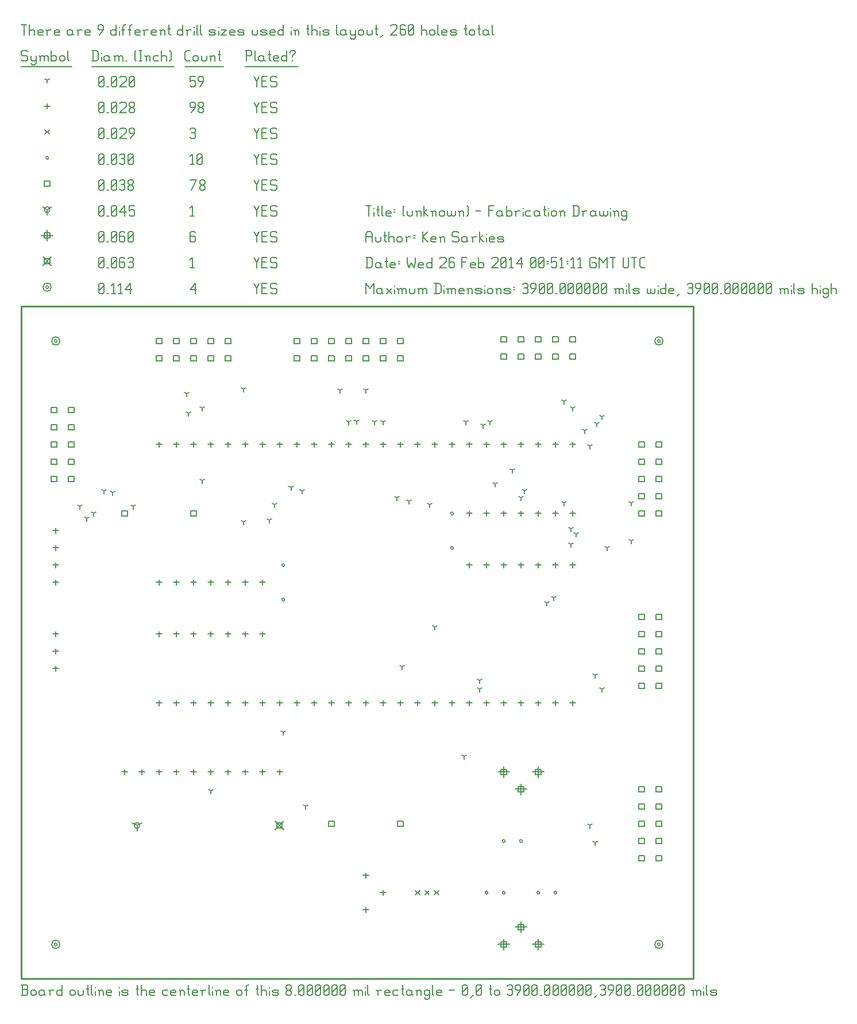
<source format=gbr>
G04 start of page 12 for group -3984 idx -3984 *
G04 Title: (unknown), fab *
G04 Creator: pcb 20110918 *
G04 CreationDate: Wed 26 Feb 2014 00:51:11 GMT UTC *
G04 For: ksarkies *
G04 Format: Gerber/RS-274X *
G04 PCB-Dimensions: 390000 390000 *
G04 PCB-Coordinate-Origin: lower left *
%MOIN*%
%FSLAX25Y25*%
%LNFAB*%
%ADD109C,0.0100*%
%ADD108C,0.0075*%
%ADD107C,0.0060*%
%ADD106R,0.0080X0.0080*%
G54D106*X19200Y370000D02*G75*G03X20800Y370000I800J0D01*G01*
G75*G03X19200Y370000I-800J0D01*G01*
X17600D02*G75*G03X22400Y370000I2400J0D01*G01*
G75*G03X17600Y370000I-2400J0D01*G01*
X369200D02*G75*G03X370800Y370000I800J0D01*G01*
G75*G03X369200Y370000I-800J0D01*G01*
X367600D02*G75*G03X372400Y370000I2400J0D01*G01*
G75*G03X367600Y370000I-2400J0D01*G01*
X369200Y20000D02*G75*G03X370800Y20000I800J0D01*G01*
G75*G03X369200Y20000I-800J0D01*G01*
X367600D02*G75*G03X372400Y20000I2400J0D01*G01*
G75*G03X367600Y20000I-2400J0D01*G01*
X19200D02*G75*G03X20800Y20000I800J0D01*G01*
G75*G03X19200Y20000I-800J0D01*G01*
X17600D02*G75*G03X22400Y20000I2400J0D01*G01*
G75*G03X17600Y20000I-2400J0D01*G01*
X14200Y401250D02*G75*G03X15800Y401250I800J0D01*G01*
G75*G03X14200Y401250I-800J0D01*G01*
X12600D02*G75*G03X17400Y401250I2400J0D01*G01*
G75*G03X12600Y401250I-2400J0D01*G01*
G54D107*X135000Y403500D02*X136500Y400500D01*
X138000Y403500D01*
X136500Y400500D02*Y397500D01*
X139800Y400800D02*X142050D01*
X139800Y397500D02*X142800D01*
X139800Y403500D02*Y397500D01*
Y403500D02*X142800D01*
X147600D02*X148350Y402750D01*
X145350Y403500D02*X147600D01*
X144600Y402750D02*X145350Y403500D01*
X144600Y402750D02*Y401250D01*
X145350Y400500D01*
X147600D01*
X148350Y399750D01*
Y398250D01*
X147600Y397500D02*X148350Y398250D01*
X145350Y397500D02*X147600D01*
X144600Y398250D02*X145350Y397500D01*
X98000Y399750D02*X101000Y403500D01*
X98000Y399750D02*X101750D01*
X101000Y403500D02*Y397500D01*
X45000Y398250D02*X45750Y397500D01*
X45000Y402750D02*Y398250D01*
Y402750D02*X45750Y403500D01*
X47250D01*
X48000Y402750D01*
Y398250D01*
X47250Y397500D02*X48000Y398250D01*
X45750Y397500D02*X47250D01*
X45000Y399000D02*X48000Y402000D01*
X49800Y397500D02*X50550D01*
X52350Y402300D02*X53550Y403500D01*
Y397500D01*
X52350D02*X54600D01*
X56400Y402300D02*X57600Y403500D01*
Y397500D01*
X56400D02*X58650D01*
X60450Y399750D02*X63450Y403500D01*
X60450Y399750D02*X64200D01*
X63450Y403500D02*Y397500D01*
X147442Y91377D02*X152242Y86577D01*
X147442D02*X152242Y91377D01*
X148242Y90577D02*X151442D01*
X148242D02*Y87377D01*
X151442D01*
Y90577D02*Y87377D01*
X12600Y418650D02*X17400Y413850D01*
X12600D02*X17400Y418650D01*
X13400Y417850D02*X16600D01*
X13400D02*Y414650D01*
X16600D01*
Y417850D02*Y414650D01*
X135000Y418500D02*X136500Y415500D01*
X138000Y418500D01*
X136500Y415500D02*Y412500D01*
X139800Y415800D02*X142050D01*
X139800Y412500D02*X142800D01*
X139800Y418500D02*Y412500D01*
Y418500D02*X142800D01*
X147600D02*X148350Y417750D01*
X145350Y418500D02*X147600D01*
X144600Y417750D02*X145350Y418500D01*
X144600Y417750D02*Y416250D01*
X145350Y415500D01*
X147600D01*
X148350Y414750D01*
Y413250D01*
X147600Y412500D02*X148350Y413250D01*
X145350Y412500D02*X147600D01*
X144600Y413250D02*X145350Y412500D01*
X98000Y417300D02*X99200Y418500D01*
Y412500D01*
X98000D02*X100250D01*
X45000Y413250D02*X45750Y412500D01*
X45000Y417750D02*Y413250D01*
Y417750D02*X45750Y418500D01*
X47250D01*
X48000Y417750D01*
Y413250D01*
X47250Y412500D02*X48000Y413250D01*
X45750Y412500D02*X47250D01*
X45000Y414000D02*X48000Y417000D01*
X49800Y412500D02*X50550D01*
X52350Y413250D02*X53100Y412500D01*
X52350Y417750D02*Y413250D01*
Y417750D02*X53100Y418500D01*
X54600D01*
X55350Y417750D01*
Y413250D01*
X54600Y412500D02*X55350Y413250D01*
X53100Y412500D02*X54600D01*
X52350Y414000D02*X55350Y417000D01*
X59400Y418500D02*X60150Y417750D01*
X57900Y418500D02*X59400D01*
X57150Y417750D02*X57900Y418500D01*
X57150Y417750D02*Y413250D01*
X57900Y412500D01*
X59400Y415800D02*X60150Y415050D01*
X57150Y415800D02*X59400D01*
X57900Y412500D02*X59400D01*
X60150Y413250D01*
Y415050D02*Y413250D01*
X61950Y417750D02*X62700Y418500D01*
X64200D01*
X64950Y417750D01*
X64200Y412500D02*X64950Y413250D01*
X62700Y412500D02*X64200D01*
X61950Y413250D02*X62700Y412500D01*
Y415800D02*X64200D01*
X64950Y417750D02*Y416550D01*
Y415050D02*Y413250D01*
Y415050D02*X64200Y415800D01*
X64950Y416550D02*X64200Y415800D01*
X300000Y23200D02*Y16800D01*
X296800Y20000D02*X303200D01*
X298400Y21600D02*X301600D01*
X298400D02*Y18400D01*
X301600D01*
Y21600D02*Y18400D01*
X290000Y33200D02*Y26800D01*
X286800Y30000D02*X293200D01*
X288400Y31600D02*X291600D01*
X288400D02*Y28400D01*
X291600D01*
Y31600D02*Y28400D01*
X280000Y23200D02*Y16800D01*
X276800Y20000D02*X283200D01*
X278400Y21600D02*X281600D01*
X278400D02*Y18400D01*
X281600D01*
Y21600D02*Y18400D01*
X280000Y123200D02*Y116800D01*
X276800Y120000D02*X283200D01*
X278400Y121600D02*X281600D01*
X278400D02*Y118400D01*
X281600D01*
Y121600D02*Y118400D01*
X290000Y113200D02*Y106800D01*
X286800Y110000D02*X293200D01*
X288400Y111600D02*X291600D01*
X288400D02*Y108400D01*
X291600D01*
Y111600D02*Y108400D01*
X300000Y123200D02*Y116800D01*
X296800Y120000D02*X303200D01*
X298400Y121600D02*X301600D01*
X298400D02*Y118400D01*
X301600D01*
Y121600D02*Y118400D01*
X15000Y434450D02*Y428050D01*
X11800Y431250D02*X18200D01*
X13400Y432850D02*X16600D01*
X13400D02*Y429650D01*
X16600D01*
Y432850D02*Y429650D01*
X135000Y433500D02*X136500Y430500D01*
X138000Y433500D01*
X136500Y430500D02*Y427500D01*
X139800Y430800D02*X142050D01*
X139800Y427500D02*X142800D01*
X139800Y433500D02*Y427500D01*
Y433500D02*X142800D01*
X147600D02*X148350Y432750D01*
X145350Y433500D02*X147600D01*
X144600Y432750D02*X145350Y433500D01*
X144600Y432750D02*Y431250D01*
X145350Y430500D01*
X147600D01*
X148350Y429750D01*
Y428250D01*
X147600Y427500D02*X148350Y428250D01*
X145350Y427500D02*X147600D01*
X144600Y428250D02*X145350Y427500D01*
X100250Y433500D02*X101000Y432750D01*
X98750Y433500D02*X100250D01*
X98000Y432750D02*X98750Y433500D01*
X98000Y432750D02*Y428250D01*
X98750Y427500D01*
X100250Y430800D02*X101000Y430050D01*
X98000Y430800D02*X100250D01*
X98750Y427500D02*X100250D01*
X101000Y428250D01*
Y430050D02*Y428250D01*
X45000D02*X45750Y427500D01*
X45000Y432750D02*Y428250D01*
Y432750D02*X45750Y433500D01*
X47250D01*
X48000Y432750D01*
Y428250D01*
X47250Y427500D02*X48000Y428250D01*
X45750Y427500D02*X47250D01*
X45000Y429000D02*X48000Y432000D01*
X49800Y427500D02*X50550D01*
X52350Y428250D02*X53100Y427500D01*
X52350Y432750D02*Y428250D01*
Y432750D02*X53100Y433500D01*
X54600D01*
X55350Y432750D01*
Y428250D01*
X54600Y427500D02*X55350Y428250D01*
X53100Y427500D02*X54600D01*
X52350Y429000D02*X55350Y432000D01*
X59400Y433500D02*X60150Y432750D01*
X57900Y433500D02*X59400D01*
X57150Y432750D02*X57900Y433500D01*
X57150Y432750D02*Y428250D01*
X57900Y427500D01*
X59400Y430800D02*X60150Y430050D01*
X57150Y430800D02*X59400D01*
X57900Y427500D02*X59400D01*
X60150Y428250D01*
Y430050D02*Y428250D01*
X61950D02*X62700Y427500D01*
X61950Y432750D02*Y428250D01*
Y432750D02*X62700Y433500D01*
X64200D01*
X64950Y432750D01*
Y428250D01*
X64200Y427500D02*X64950Y428250D01*
X62700Y427500D02*X64200D01*
X61950Y429000D02*X64950Y432000D01*
X67165Y88977D02*Y85777D01*
Y88977D02*X69938Y90577D01*
X67165Y88977D02*X64392Y90577D01*
X65565Y88977D02*G75*G03X68765Y88977I1600J0D01*G01*
G75*G03X65565Y88977I-1600J0D01*G01*
X15000Y446250D02*Y443050D01*
Y446250D02*X17773Y447850D01*
X15000Y446250D02*X12227Y447850D01*
X13400Y446250D02*G75*G03X16600Y446250I1600J0D01*G01*
G75*G03X13400Y446250I-1600J0D01*G01*
X135000Y448500D02*X136500Y445500D01*
X138000Y448500D01*
X136500Y445500D02*Y442500D01*
X139800Y445800D02*X142050D01*
X139800Y442500D02*X142800D01*
X139800Y448500D02*Y442500D01*
Y448500D02*X142800D01*
X147600D02*X148350Y447750D01*
X145350Y448500D02*X147600D01*
X144600Y447750D02*X145350Y448500D01*
X144600Y447750D02*Y446250D01*
X145350Y445500D01*
X147600D01*
X148350Y444750D01*
Y443250D01*
X147600Y442500D02*X148350Y443250D01*
X145350Y442500D02*X147600D01*
X144600Y443250D02*X145350Y442500D01*
X98000Y447300D02*X99200Y448500D01*
Y442500D01*
X98000D02*X100250D01*
X45000Y443250D02*X45750Y442500D01*
X45000Y447750D02*Y443250D01*
Y447750D02*X45750Y448500D01*
X47250D01*
X48000Y447750D01*
Y443250D01*
X47250Y442500D02*X48000Y443250D01*
X45750Y442500D02*X47250D01*
X45000Y444000D02*X48000Y447000D01*
X49800Y442500D02*X50550D01*
X52350Y443250D02*X53100Y442500D01*
X52350Y447750D02*Y443250D01*
Y447750D02*X53100Y448500D01*
X54600D01*
X55350Y447750D01*
Y443250D01*
X54600Y442500D02*X55350Y443250D01*
X53100Y442500D02*X54600D01*
X52350Y444000D02*X55350Y447000D01*
X57150Y444750D02*X60150Y448500D01*
X57150Y444750D02*X60900D01*
X60150Y448500D02*Y442500D01*
X62700Y448500D02*X65700D01*
X62700D02*Y445500D01*
X63450Y446250D01*
X64950D01*
X65700Y445500D01*
Y443250D01*
X64950Y442500D02*X65700Y443250D01*
X63450Y442500D02*X64950D01*
X62700Y443250D02*X63450Y442500D01*
X98400Y271600D02*X101600D01*
X98400D02*Y268400D01*
X101600D01*
Y271600D02*Y268400D01*
X58400Y271600D02*X61600D01*
X58400D02*Y268400D01*
X61600D01*
Y271600D02*Y268400D01*
X178400Y91600D02*X181600D01*
X178400D02*Y88400D01*
X181600D01*
Y91600D02*Y88400D01*
X218400Y91600D02*X221600D01*
X218400D02*Y88400D01*
X221600D01*
Y91600D02*Y88400D01*
X218400Y371600D02*X221600D01*
X218400D02*Y368400D01*
X221600D01*
Y371600D02*Y368400D01*
X218400Y361600D02*X221600D01*
X218400D02*Y358400D01*
X221600D01*
Y361600D02*Y358400D01*
X208400Y371600D02*X211600D01*
X208400D02*Y368400D01*
X211600D01*
Y371600D02*Y368400D01*
X208400Y361600D02*X211600D01*
X208400D02*Y358400D01*
X211600D01*
Y361600D02*Y358400D01*
X198400Y371600D02*X201600D01*
X198400D02*Y368400D01*
X201600D01*
Y371600D02*Y368400D01*
X198400Y361600D02*X201600D01*
X198400D02*Y358400D01*
X201600D01*
Y361600D02*Y358400D01*
X188400Y371600D02*X191600D01*
X188400D02*Y368400D01*
X191600D01*
Y371600D02*Y368400D01*
X188400Y361600D02*X191600D01*
X188400D02*Y358400D01*
X191600D01*
Y361600D02*Y358400D01*
X178400Y371600D02*X181600D01*
X178400D02*Y368400D01*
X181600D01*
Y371600D02*Y368400D01*
X178400Y361600D02*X181600D01*
X178400D02*Y358400D01*
X181600D01*
Y361600D02*Y358400D01*
X168400Y371600D02*X171600D01*
X168400D02*Y368400D01*
X171600D01*
Y371600D02*Y368400D01*
X168400Y361600D02*X171600D01*
X168400D02*Y358400D01*
X171600D01*
Y361600D02*Y358400D01*
X158400Y371600D02*X161600D01*
X158400D02*Y368400D01*
X161600D01*
Y371600D02*Y368400D01*
X158400Y361600D02*X161600D01*
X158400D02*Y358400D01*
X161600D01*
Y361600D02*Y358400D01*
X118400Y371600D02*X121600D01*
X118400D02*Y368400D01*
X121600D01*
Y371600D02*Y368400D01*
X118400Y361600D02*X121600D01*
X118400D02*Y358400D01*
X121600D01*
Y361600D02*Y358400D01*
X108400Y371600D02*X111600D01*
X108400D02*Y368400D01*
X111600D01*
Y371600D02*Y368400D01*
X108400Y361600D02*X111600D01*
X108400D02*Y358400D01*
X111600D01*
Y361600D02*Y358400D01*
X98400Y371600D02*X101600D01*
X98400D02*Y368400D01*
X101600D01*
Y371600D02*Y368400D01*
X98400Y361600D02*X101600D01*
X98400D02*Y358400D01*
X101600D01*
Y361600D02*Y358400D01*
X88400Y371600D02*X91600D01*
X88400D02*Y368400D01*
X91600D01*
Y371600D02*Y368400D01*
X88400Y361600D02*X91600D01*
X88400D02*Y358400D01*
X91600D01*
Y361600D02*Y358400D01*
X78400Y371600D02*X81600D01*
X78400D02*Y368400D01*
X81600D01*
Y371600D02*Y368400D01*
X78400Y361600D02*X81600D01*
X78400D02*Y358400D01*
X81600D01*
Y361600D02*Y358400D01*
X318400Y372600D02*X321600D01*
X318400D02*Y369400D01*
X321600D01*
Y372600D02*Y369400D01*
X318400Y362600D02*X321600D01*
X318400D02*Y359400D01*
X321600D01*
Y362600D02*Y359400D01*
X308400Y372600D02*X311600D01*
X308400D02*Y369400D01*
X311600D01*
Y372600D02*Y369400D01*
X308400Y362600D02*X311600D01*
X308400D02*Y359400D01*
X311600D01*
Y362600D02*Y359400D01*
X298400Y372600D02*X301600D01*
X298400D02*Y369400D01*
X301600D01*
Y372600D02*Y369400D01*
X298400Y362600D02*X301600D01*
X298400D02*Y359400D01*
X301600D01*
Y362600D02*Y359400D01*
X288400Y372600D02*X291600D01*
X288400D02*Y369400D01*
X291600D01*
Y372600D02*Y369400D01*
X288400Y362600D02*X291600D01*
X288400D02*Y359400D01*
X291600D01*
Y362600D02*Y359400D01*
X278400Y372600D02*X281600D01*
X278400D02*Y369400D01*
X281600D01*
Y372600D02*Y369400D01*
X278400Y362600D02*X281600D01*
X278400D02*Y359400D01*
X281600D01*
Y362600D02*Y359400D01*
X17400Y331600D02*X20600D01*
X17400D02*Y328400D01*
X20600D01*
Y331600D02*Y328400D01*
X27400Y331600D02*X30600D01*
X27400D02*Y328400D01*
X30600D01*
Y331600D02*Y328400D01*
X17400Y321600D02*X20600D01*
X17400D02*Y318400D01*
X20600D01*
Y321600D02*Y318400D01*
X27400Y321600D02*X30600D01*
X27400D02*Y318400D01*
X30600D01*
Y321600D02*Y318400D01*
X17400Y311600D02*X20600D01*
X17400D02*Y308400D01*
X20600D01*
Y311600D02*Y308400D01*
X27400Y311600D02*X30600D01*
X27400D02*Y308400D01*
X30600D01*
Y311600D02*Y308400D01*
X17400Y301600D02*X20600D01*
X17400D02*Y298400D01*
X20600D01*
Y301600D02*Y298400D01*
X27400Y301600D02*X30600D01*
X27400D02*Y298400D01*
X30600D01*
Y301600D02*Y298400D01*
X17400Y291600D02*X20600D01*
X17400D02*Y288400D01*
X20600D01*
Y291600D02*Y288400D01*
X27400Y291600D02*X30600D01*
X27400D02*Y288400D01*
X30600D01*
Y291600D02*Y288400D01*
X368400Y71600D02*X371600D01*
X368400D02*Y68400D01*
X371600D01*
Y71600D02*Y68400D01*
X358400Y71600D02*X361600D01*
X358400D02*Y68400D01*
X361600D01*
Y71600D02*Y68400D01*
X368400Y81600D02*X371600D01*
X368400D02*Y78400D01*
X371600D01*
Y81600D02*Y78400D01*
X358400Y81600D02*X361600D01*
X358400D02*Y78400D01*
X361600D01*
Y81600D02*Y78400D01*
X368400Y91600D02*X371600D01*
X368400D02*Y88400D01*
X371600D01*
Y91600D02*Y88400D01*
X358400Y91600D02*X361600D01*
X358400D02*Y88400D01*
X361600D01*
Y91600D02*Y88400D01*
X368400Y101600D02*X371600D01*
X368400D02*Y98400D01*
X371600D01*
Y101600D02*Y98400D01*
X358400Y101600D02*X361600D01*
X358400D02*Y98400D01*
X361600D01*
Y101600D02*Y98400D01*
X368400Y111600D02*X371600D01*
X368400D02*Y108400D01*
X371600D01*
Y111600D02*Y108400D01*
X358400Y111600D02*X361600D01*
X358400D02*Y108400D01*
X361600D01*
Y111600D02*Y108400D01*
X368400Y171600D02*X371600D01*
X368400D02*Y168400D01*
X371600D01*
Y171600D02*Y168400D01*
X358400Y171600D02*X361600D01*
X358400D02*Y168400D01*
X361600D01*
Y171600D02*Y168400D01*
X368400Y181600D02*X371600D01*
X368400D02*Y178400D01*
X371600D01*
Y181600D02*Y178400D01*
X358400Y181600D02*X361600D01*
X358400D02*Y178400D01*
X361600D01*
Y181600D02*Y178400D01*
X368400Y191600D02*X371600D01*
X368400D02*Y188400D01*
X371600D01*
Y191600D02*Y188400D01*
X358400Y191600D02*X361600D01*
X358400D02*Y188400D01*
X361600D01*
Y191600D02*Y188400D01*
X368400Y201600D02*X371600D01*
X368400D02*Y198400D01*
X371600D01*
Y201600D02*Y198400D01*
X358400Y201600D02*X361600D01*
X358400D02*Y198400D01*
X361600D01*
Y201600D02*Y198400D01*
X368400Y211600D02*X371600D01*
X368400D02*Y208400D01*
X371600D01*
Y211600D02*Y208400D01*
X358400Y211600D02*X361600D01*
X358400D02*Y208400D01*
X361600D01*
Y211600D02*Y208400D01*
X368400Y271600D02*X371600D01*
X368400D02*Y268400D01*
X371600D01*
Y271600D02*Y268400D01*
X358400Y271600D02*X361600D01*
X358400D02*Y268400D01*
X361600D01*
Y271600D02*Y268400D01*
X368400Y281600D02*X371600D01*
X368400D02*Y278400D01*
X371600D01*
Y281600D02*Y278400D01*
X358400Y281600D02*X361600D01*
X358400D02*Y278400D01*
X361600D01*
Y281600D02*Y278400D01*
X368400Y291600D02*X371600D01*
X368400D02*Y288400D01*
X371600D01*
Y291600D02*Y288400D01*
X358400Y291600D02*X361600D01*
X358400D02*Y288400D01*
X361600D01*
Y291600D02*Y288400D01*
X368400Y301600D02*X371600D01*
X368400D02*Y298400D01*
X371600D01*
Y301600D02*Y298400D01*
X358400Y301600D02*X361600D01*
X358400D02*Y298400D01*
X361600D01*
Y301600D02*Y298400D01*
X368400Y311600D02*X371600D01*
X368400D02*Y308400D01*
X371600D01*
Y311600D02*Y308400D01*
X358400Y311600D02*X361600D01*
X358400D02*Y308400D01*
X361600D01*
Y311600D02*Y308400D01*
X13400Y462850D02*X16600D01*
X13400D02*Y459650D01*
X16600D01*
Y462850D02*Y459650D01*
X135000Y463500D02*X136500Y460500D01*
X138000Y463500D01*
X136500Y460500D02*Y457500D01*
X139800Y460800D02*X142050D01*
X139800Y457500D02*X142800D01*
X139800Y463500D02*Y457500D01*
Y463500D02*X142800D01*
X147600D02*X148350Y462750D01*
X145350Y463500D02*X147600D01*
X144600Y462750D02*X145350Y463500D01*
X144600Y462750D02*Y461250D01*
X145350Y460500D01*
X147600D01*
X148350Y459750D01*
Y458250D01*
X147600Y457500D02*X148350Y458250D01*
X145350Y457500D02*X147600D01*
X144600Y458250D02*X145350Y457500D01*
X98750D02*X101750Y463500D01*
X98000D02*X101750D01*
X103550Y458250D02*X104300Y457500D01*
X103550Y459450D02*Y458250D01*
Y459450D02*X104600Y460500D01*
X105500D01*
X106550Y459450D01*
Y458250D01*
X105800Y457500D02*X106550Y458250D01*
X104300Y457500D02*X105800D01*
X103550Y461550D02*X104600Y460500D01*
X103550Y462750D02*Y461550D01*
Y462750D02*X104300Y463500D01*
X105800D01*
X106550Y462750D01*
Y461550D01*
X105500Y460500D02*X106550Y461550D01*
X45000Y458250D02*X45750Y457500D01*
X45000Y462750D02*Y458250D01*
Y462750D02*X45750Y463500D01*
X47250D01*
X48000Y462750D01*
Y458250D01*
X47250Y457500D02*X48000Y458250D01*
X45750Y457500D02*X47250D01*
X45000Y459000D02*X48000Y462000D01*
X49800Y457500D02*X50550D01*
X52350Y458250D02*X53100Y457500D01*
X52350Y462750D02*Y458250D01*
Y462750D02*X53100Y463500D01*
X54600D01*
X55350Y462750D01*
Y458250D01*
X54600Y457500D02*X55350Y458250D01*
X53100Y457500D02*X54600D01*
X52350Y459000D02*X55350Y462000D01*
X57150Y462750D02*X57900Y463500D01*
X59400D01*
X60150Y462750D01*
X59400Y457500D02*X60150Y458250D01*
X57900Y457500D02*X59400D01*
X57150Y458250D02*X57900Y457500D01*
Y460800D02*X59400D01*
X60150Y462750D02*Y461550D01*
Y460050D02*Y458250D01*
Y460050D02*X59400Y460800D01*
X60150Y461550D02*X59400Y460800D01*
X61950Y458250D02*X62700Y457500D01*
X61950Y459450D02*Y458250D01*
Y459450D02*X63000Y460500D01*
X63900D01*
X64950Y459450D01*
Y458250D01*
X64200Y457500D02*X64950Y458250D01*
X62700Y457500D02*X64200D01*
X61950Y461550D02*X63000Y460500D01*
X61950Y462750D02*Y461550D01*
Y462750D02*X62700Y463500D01*
X64200D01*
X64950Y462750D01*
Y461550D01*
X63900Y460500D02*X64950Y461550D01*
X269200Y50000D02*G75*G03X270800Y50000I800J0D01*G01*
G75*G03X269200Y50000I-800J0D01*G01*
X279200D02*G75*G03X280800Y50000I800J0D01*G01*
G75*G03X279200Y50000I-800J0D01*G01*
X249200Y250000D02*G75*G03X250800Y250000I800J0D01*G01*
G75*G03X249200Y250000I-800J0D01*G01*
Y270000D02*G75*G03X250800Y270000I800J0D01*G01*
G75*G03X249200Y270000I-800J0D01*G01*
X299200Y50000D02*G75*G03X300800Y50000I800J0D01*G01*
G75*G03X299200Y50000I-800J0D01*G01*
X309200D02*G75*G03X310800Y50000I800J0D01*G01*
G75*G03X309200Y50000I-800J0D01*G01*
X279200Y80000D02*G75*G03X280800Y80000I800J0D01*G01*
G75*G03X279200Y80000I-800J0D01*G01*
X289200D02*G75*G03X290800Y80000I800J0D01*G01*
G75*G03X289200Y80000I-800J0D01*G01*
X151200Y220000D02*G75*G03X152800Y220000I800J0D01*G01*
G75*G03X151200Y220000I-800J0D01*G01*
Y240000D02*G75*G03X152800Y240000I800J0D01*G01*
G75*G03X151200Y240000I-800J0D01*G01*
X14200Y476250D02*G75*G03X15800Y476250I800J0D01*G01*
G75*G03X14200Y476250I-800J0D01*G01*
X135000Y478500D02*X136500Y475500D01*
X138000Y478500D01*
X136500Y475500D02*Y472500D01*
X139800Y475800D02*X142050D01*
X139800Y472500D02*X142800D01*
X139800Y478500D02*Y472500D01*
Y478500D02*X142800D01*
X147600D02*X148350Y477750D01*
X145350Y478500D02*X147600D01*
X144600Y477750D02*X145350Y478500D01*
X144600Y477750D02*Y476250D01*
X145350Y475500D01*
X147600D01*
X148350Y474750D01*
Y473250D01*
X147600Y472500D02*X148350Y473250D01*
X145350Y472500D02*X147600D01*
X144600Y473250D02*X145350Y472500D01*
X98000Y477300D02*X99200Y478500D01*
Y472500D01*
X98000D02*X100250D01*
X102050Y473250D02*X102800Y472500D01*
X102050Y477750D02*Y473250D01*
Y477750D02*X102800Y478500D01*
X104300D01*
X105050Y477750D01*
Y473250D01*
X104300Y472500D02*X105050Y473250D01*
X102800Y472500D02*X104300D01*
X102050Y474000D02*X105050Y477000D01*
X45000Y473250D02*X45750Y472500D01*
X45000Y477750D02*Y473250D01*
Y477750D02*X45750Y478500D01*
X47250D01*
X48000Y477750D01*
Y473250D01*
X47250Y472500D02*X48000Y473250D01*
X45750Y472500D02*X47250D01*
X45000Y474000D02*X48000Y477000D01*
X49800Y472500D02*X50550D01*
X52350Y473250D02*X53100Y472500D01*
X52350Y477750D02*Y473250D01*
Y477750D02*X53100Y478500D01*
X54600D01*
X55350Y477750D01*
Y473250D01*
X54600Y472500D02*X55350Y473250D01*
X53100Y472500D02*X54600D01*
X52350Y474000D02*X55350Y477000D01*
X57150Y477750D02*X57900Y478500D01*
X59400D01*
X60150Y477750D01*
X59400Y472500D02*X60150Y473250D01*
X57900Y472500D02*X59400D01*
X57150Y473250D02*X57900Y472500D01*
Y475800D02*X59400D01*
X60150Y477750D02*Y476550D01*
Y475050D02*Y473250D01*
Y475050D02*X59400Y475800D01*
X60150Y476550D02*X59400Y475800D01*
X61950Y473250D02*X62700Y472500D01*
X61950Y477750D02*Y473250D01*
Y477750D02*X62700Y478500D01*
X64200D01*
X64950Y477750D01*
Y473250D01*
X64200Y472500D02*X64950Y473250D01*
X62700Y472500D02*X64200D01*
X61950Y474000D02*X64950Y477000D01*
X228800Y51200D02*X231200Y48800D01*
X228800D02*X231200Y51200D01*
X234300D02*X236700Y48800D01*
X234300D02*X236700Y51200D01*
X239800D02*X242200Y48800D01*
X239800D02*X242200Y51200D01*
X13800Y492450D02*X16200Y490050D01*
X13800D02*X16200Y492450D01*
X135000Y493500D02*X136500Y490500D01*
X138000Y493500D01*
X136500Y490500D02*Y487500D01*
X139800Y490800D02*X142050D01*
X139800Y487500D02*X142800D01*
X139800Y493500D02*Y487500D01*
Y493500D02*X142800D01*
X147600D02*X148350Y492750D01*
X145350Y493500D02*X147600D01*
X144600Y492750D02*X145350Y493500D01*
X144600Y492750D02*Y491250D01*
X145350Y490500D01*
X147600D01*
X148350Y489750D01*
Y488250D01*
X147600Y487500D02*X148350Y488250D01*
X145350Y487500D02*X147600D01*
X144600Y488250D02*X145350Y487500D01*
X98000Y492750D02*X98750Y493500D01*
X100250D01*
X101000Y492750D01*
X100250Y487500D02*X101000Y488250D01*
X98750Y487500D02*X100250D01*
X98000Y488250D02*X98750Y487500D01*
Y490800D02*X100250D01*
X101000Y492750D02*Y491550D01*
Y490050D02*Y488250D01*
Y490050D02*X100250Y490800D01*
X101000Y491550D02*X100250Y490800D01*
X45000Y488250D02*X45750Y487500D01*
X45000Y492750D02*Y488250D01*
Y492750D02*X45750Y493500D01*
X47250D01*
X48000Y492750D01*
Y488250D01*
X47250Y487500D02*X48000Y488250D01*
X45750Y487500D02*X47250D01*
X45000Y489000D02*X48000Y492000D01*
X49800Y487500D02*X50550D01*
X52350Y488250D02*X53100Y487500D01*
X52350Y492750D02*Y488250D01*
Y492750D02*X53100Y493500D01*
X54600D01*
X55350Y492750D01*
Y488250D01*
X54600Y487500D02*X55350Y488250D01*
X53100Y487500D02*X54600D01*
X52350Y489000D02*X55350Y492000D01*
X57150Y492750D02*X57900Y493500D01*
X60150D01*
X60900Y492750D01*
Y491250D01*
X57150Y487500D02*X60900Y491250D01*
X57150Y487500D02*X60900D01*
X63450D02*X65700Y490500D01*
Y492750D02*Y490500D01*
X64950Y493500D02*X65700Y492750D01*
X63450Y493500D02*X64950D01*
X62700Y492750D02*X63450Y493500D01*
X62700Y492750D02*Y491250D01*
X63450Y490500D01*
X65700D01*
X20000Y261600D02*Y258400D01*
X18400Y260000D02*X21600D01*
X20000Y251600D02*Y248400D01*
X18400Y250000D02*X21600D01*
X20000Y241600D02*Y238400D01*
X18400Y240000D02*X21600D01*
X20000Y231600D02*Y228400D01*
X18400Y230000D02*X21600D01*
X20000Y201600D02*Y198400D01*
X18400Y200000D02*X21600D01*
X20000Y191600D02*Y188400D01*
X18400Y190000D02*X21600D01*
X20000Y181600D02*Y178400D01*
X18400Y180000D02*X21600D01*
X60000Y121600D02*Y118400D01*
X58400Y120000D02*X61600D01*
X70000Y121600D02*Y118400D01*
X68400Y120000D02*X71600D01*
X80000Y121600D02*Y118400D01*
X78400Y120000D02*X81600D01*
X90000Y121600D02*Y118400D01*
X88400Y120000D02*X91600D01*
X100000Y121600D02*Y118400D01*
X98400Y120000D02*X101600D01*
X110000Y121600D02*Y118400D01*
X108400Y120000D02*X111600D01*
X120000Y121600D02*Y118400D01*
X118400Y120000D02*X121600D01*
X130000Y121600D02*Y118400D01*
X128400Y120000D02*X131600D01*
X140000Y121600D02*Y118400D01*
X138400Y120000D02*X141600D01*
X150000Y121600D02*Y118400D01*
X148400Y120000D02*X151600D01*
X80000Y161600D02*Y158400D01*
X78400Y160000D02*X81600D01*
X90000Y161600D02*Y158400D01*
X88400Y160000D02*X91600D01*
X100000Y161600D02*Y158400D01*
X98400Y160000D02*X101600D01*
X110000Y161600D02*Y158400D01*
X108400Y160000D02*X111600D01*
X120000Y161600D02*Y158400D01*
X118400Y160000D02*X121600D01*
X130000Y161600D02*Y158400D01*
X128400Y160000D02*X131600D01*
X140000Y161600D02*Y158400D01*
X138400Y160000D02*X141600D01*
X150000Y161600D02*Y158400D01*
X148400Y160000D02*X151600D01*
X160000Y161600D02*Y158400D01*
X158400Y160000D02*X161600D01*
X170000Y161600D02*Y158400D01*
X168400Y160000D02*X171600D01*
X180000Y161600D02*Y158400D01*
X178400Y160000D02*X181600D01*
X190000Y161600D02*Y158400D01*
X188400Y160000D02*X191600D01*
X200000Y161600D02*Y158400D01*
X198400Y160000D02*X201600D01*
X210000Y161600D02*Y158400D01*
X208400Y160000D02*X211600D01*
X220000Y161600D02*Y158400D01*
X218400Y160000D02*X221600D01*
X230000Y161600D02*Y158400D01*
X228400Y160000D02*X231600D01*
X240000Y161600D02*Y158400D01*
X238400Y160000D02*X241600D01*
X250000Y161600D02*Y158400D01*
X248400Y160000D02*X251600D01*
X260000Y161600D02*Y158400D01*
X258400Y160000D02*X261600D01*
X270000Y161600D02*Y158400D01*
X268400Y160000D02*X271600D01*
X280000Y161600D02*Y158400D01*
X278400Y160000D02*X281600D01*
X290000Y161600D02*Y158400D01*
X288400Y160000D02*X291600D01*
X300000Y161600D02*Y158400D01*
X298400Y160000D02*X301600D01*
X310000Y161600D02*Y158400D01*
X308400Y160000D02*X311600D01*
X320000Y161600D02*Y158400D01*
X318400Y160000D02*X321600D01*
X320000Y311600D02*Y308400D01*
X318400Y310000D02*X321600D01*
X310000Y311600D02*Y308400D01*
X308400Y310000D02*X311600D01*
X300000Y311600D02*Y308400D01*
X298400Y310000D02*X301600D01*
X290000Y311600D02*Y308400D01*
X288400Y310000D02*X291600D01*
X280000Y311600D02*Y308400D01*
X278400Y310000D02*X281600D01*
X270000Y311600D02*Y308400D01*
X268400Y310000D02*X271600D01*
X260000Y311600D02*Y308400D01*
X258400Y310000D02*X261600D01*
X250000Y311600D02*Y308400D01*
X248400Y310000D02*X251600D01*
X240000Y311600D02*Y308400D01*
X238400Y310000D02*X241600D01*
X230000Y311600D02*Y308400D01*
X228400Y310000D02*X231600D01*
X220000Y311600D02*Y308400D01*
X218400Y310000D02*X221600D01*
X210000Y311600D02*Y308400D01*
X208400Y310000D02*X211600D01*
X200000Y311600D02*Y308400D01*
X198400Y310000D02*X201600D01*
X190000Y311600D02*Y308400D01*
X188400Y310000D02*X191600D01*
X180000Y311600D02*Y308400D01*
X178400Y310000D02*X181600D01*
X170000Y311600D02*Y308400D01*
X168400Y310000D02*X171600D01*
X160000Y311600D02*Y308400D01*
X158400Y310000D02*X161600D01*
X150000Y311600D02*Y308400D01*
X148400Y310000D02*X151600D01*
X140000Y311600D02*Y308400D01*
X138400Y310000D02*X141600D01*
X130000Y311600D02*Y308400D01*
X128400Y310000D02*X131600D01*
X120000Y311600D02*Y308400D01*
X118400Y310000D02*X121600D01*
X110000Y311600D02*Y308400D01*
X108400Y310000D02*X111600D01*
X100000Y311600D02*Y308400D01*
X98400Y310000D02*X101600D01*
X90000Y311600D02*Y308400D01*
X88400Y310000D02*X91600D01*
X80000Y311600D02*Y308400D01*
X78400Y310000D02*X81600D01*
X260000Y241600D02*Y238400D01*
X258400Y240000D02*X261600D01*
X270000Y241600D02*Y238400D01*
X268400Y240000D02*X271600D01*
X280000Y241600D02*Y238400D01*
X278400Y240000D02*X281600D01*
X290000Y241600D02*Y238400D01*
X288400Y240000D02*X291600D01*
X300000Y241600D02*Y238400D01*
X298400Y240000D02*X301600D01*
X310000Y241600D02*Y238400D01*
X308400Y240000D02*X311600D01*
X320000Y241600D02*Y238400D01*
X318400Y240000D02*X321600D01*
X320000Y271600D02*Y268400D01*
X318400Y270000D02*X321600D01*
X310000Y271600D02*Y268400D01*
X308400Y270000D02*X311600D01*
X300000Y271600D02*Y268400D01*
X298400Y270000D02*X301600D01*
X290000Y271600D02*Y268400D01*
X288400Y270000D02*X291600D01*
X280000Y271600D02*Y268400D01*
X278400Y270000D02*X281600D01*
X270000Y271600D02*Y268400D01*
X268400Y270000D02*X271600D01*
X260000Y271600D02*Y268400D01*
X258400Y270000D02*X261600D01*
X80000Y201600D02*Y198400D01*
X78400Y200000D02*X81600D01*
X90000Y201600D02*Y198400D01*
X88400Y200000D02*X91600D01*
X100000Y201600D02*Y198400D01*
X98400Y200000D02*X101600D01*
X110000Y201600D02*Y198400D01*
X108400Y200000D02*X111600D01*
X120000Y201600D02*Y198400D01*
X118400Y200000D02*X121600D01*
X130000Y201600D02*Y198400D01*
X128400Y200000D02*X131600D01*
X140000Y201600D02*Y198400D01*
X138400Y200000D02*X141600D01*
X140000Y231600D02*Y228400D01*
X138400Y230000D02*X141600D01*
X130000Y231600D02*Y228400D01*
X128400Y230000D02*X131600D01*
X120000Y231600D02*Y228400D01*
X118400Y230000D02*X121600D01*
X110000Y231600D02*Y228400D01*
X108400Y230000D02*X111600D01*
X100000Y231600D02*Y228400D01*
X98400Y230000D02*X101600D01*
X90000Y231600D02*Y228400D01*
X88400Y230000D02*X91600D01*
X80000Y231600D02*Y228400D01*
X78400Y230000D02*X81600D01*
X200000Y61600D02*Y58400D01*
X198400Y60000D02*X201600D01*
X210000Y51600D02*Y48400D01*
X208400Y50000D02*X211600D01*
X200000Y41600D02*Y38400D01*
X198400Y40000D02*X201600D01*
X15000Y507850D02*Y504650D01*
X13400Y506250D02*X16600D01*
X135000Y508500D02*X136500Y505500D01*
X138000Y508500D01*
X136500Y505500D02*Y502500D01*
X139800Y505800D02*X142050D01*
X139800Y502500D02*X142800D01*
X139800Y508500D02*Y502500D01*
Y508500D02*X142800D01*
X147600D02*X148350Y507750D01*
X145350Y508500D02*X147600D01*
X144600Y507750D02*X145350Y508500D01*
X144600Y507750D02*Y506250D01*
X145350Y505500D01*
X147600D01*
X148350Y504750D01*
Y503250D01*
X147600Y502500D02*X148350Y503250D01*
X145350Y502500D02*X147600D01*
X144600Y503250D02*X145350Y502500D01*
X98750D02*X101000Y505500D01*
Y507750D02*Y505500D01*
X100250Y508500D02*X101000Y507750D01*
X98750Y508500D02*X100250D01*
X98000Y507750D02*X98750Y508500D01*
X98000Y507750D02*Y506250D01*
X98750Y505500D01*
X101000D01*
X102800Y503250D02*X103550Y502500D01*
X102800Y504450D02*Y503250D01*
Y504450D02*X103850Y505500D01*
X104750D01*
X105800Y504450D01*
Y503250D01*
X105050Y502500D02*X105800Y503250D01*
X103550Y502500D02*X105050D01*
X102800Y506550D02*X103850Y505500D01*
X102800Y507750D02*Y506550D01*
Y507750D02*X103550Y508500D01*
X105050D01*
X105800Y507750D01*
Y506550D01*
X104750Y505500D02*X105800Y506550D01*
X45000Y503250D02*X45750Y502500D01*
X45000Y507750D02*Y503250D01*
Y507750D02*X45750Y508500D01*
X47250D01*
X48000Y507750D01*
Y503250D01*
X47250Y502500D02*X48000Y503250D01*
X45750Y502500D02*X47250D01*
X45000Y504000D02*X48000Y507000D01*
X49800Y502500D02*X50550D01*
X52350Y503250D02*X53100Y502500D01*
X52350Y507750D02*Y503250D01*
Y507750D02*X53100Y508500D01*
X54600D01*
X55350Y507750D01*
Y503250D01*
X54600Y502500D02*X55350Y503250D01*
X53100Y502500D02*X54600D01*
X52350Y504000D02*X55350Y507000D01*
X57150Y507750D02*X57900Y508500D01*
X60150D01*
X60900Y507750D01*
Y506250D01*
X57150Y502500D02*X60900Y506250D01*
X57150Y502500D02*X60900D01*
X62700Y503250D02*X63450Y502500D01*
X62700Y504450D02*Y503250D01*
Y504450D02*X63750Y505500D01*
X64650D01*
X65700Y504450D01*
Y503250D01*
X64950Y502500D02*X65700Y503250D01*
X63450Y502500D02*X64950D01*
X62700Y506550D02*X63750Y505500D01*
X62700Y507750D02*Y506550D01*
Y507750D02*X63450Y508500D01*
X64950D01*
X65700Y507750D01*
Y506550D01*
X64650Y505500D02*X65700Y506550D01*
X110000Y109000D02*Y107400D01*
Y109000D02*X111387Y109800D01*
X110000Y109000D02*X108613Y109800D01*
X65000Y274000D02*Y272400D01*
Y274000D02*X66387Y274800D01*
X65000Y274000D02*X63613Y274800D01*
X156500Y285000D02*Y283400D01*
Y285000D02*X157887Y285800D01*
X156500Y285000D02*X155113Y285800D01*
X163000Y283000D02*Y281400D01*
Y283000D02*X164387Y283800D01*
X163000Y283000D02*X161613Y283800D01*
X165000Y100000D02*Y98400D01*
Y100000D02*X166387Y100800D01*
X165000Y100000D02*X163613Y100800D01*
X152000Y143000D02*Y141400D01*
Y143000D02*X153387Y143800D01*
X152000Y143000D02*X150613Y143800D01*
X257000Y129000D02*Y127400D01*
Y129000D02*X258387Y129800D01*
X257000Y129000D02*X255613Y129800D01*
X221000Y181000D02*Y179400D01*
Y181000D02*X222387Y181800D01*
X221000Y181000D02*X219613Y181800D01*
X240000Y204000D02*Y202400D01*
Y204000D02*X241387Y204800D01*
X240000Y204000D02*X238613Y204800D01*
X285000Y295000D02*Y293400D01*
Y295000D02*X286387Y295800D01*
X285000Y295000D02*X283613Y295800D01*
X330000Y309000D02*Y307400D01*
Y309000D02*X331387Y309800D01*
X330000Y309000D02*X328613Y309800D01*
X327000Y318000D02*Y316400D01*
Y318000D02*X328387Y318800D01*
X327000Y318000D02*X325613Y318800D01*
X320000Y331000D02*Y329400D01*
Y331000D02*X321387Y331800D01*
X320000Y331000D02*X318613Y331800D01*
X34000Y274000D02*Y272400D01*
Y274000D02*X35387Y274800D01*
X34000Y274000D02*X32613Y274800D01*
X96000Y339500D02*Y337900D01*
Y339500D02*X97387Y340300D01*
X96000Y339500D02*X94613Y340300D01*
X200000Y341500D02*Y339900D01*
Y341500D02*X201387Y342300D01*
X200000Y341500D02*X198613Y342300D01*
X48000Y283000D02*Y281400D01*
Y283000D02*X49387Y283800D01*
X48000Y283000D02*X46613Y283800D01*
X185000Y341500D02*Y339900D01*
Y341500D02*X186387Y342300D01*
X185000Y341500D02*X183613Y342300D01*
X272000Y323000D02*Y321400D01*
Y323000D02*X273387Y323800D01*
X272000Y323000D02*X270613Y323800D01*
X268000Y321000D02*Y319400D01*
Y321000D02*X269387Y321800D01*
X268000Y321000D02*X266613Y321800D01*
X38000Y267000D02*Y265400D01*
Y267000D02*X39387Y267800D01*
X38000Y267000D02*X36613Y267800D01*
X42000Y270000D02*Y268400D01*
Y270000D02*X43387Y270800D01*
X42000Y270000D02*X40613Y270800D01*
X105000Y331000D02*Y329400D01*
Y331000D02*X106387Y331800D01*
X105000Y331000D02*X103613Y331800D01*
X53000Y282000D02*Y280400D01*
Y282000D02*X54387Y282800D01*
X53000Y282000D02*X51613Y282800D01*
X129000Y342000D02*Y340400D01*
Y342000D02*X130387Y342800D01*
X129000Y342000D02*X127613Y342800D01*
X334000Y322000D02*Y320400D01*
Y322000D02*X335387Y322800D01*
X334000Y322000D02*X332613Y322800D01*
X337000Y326000D02*Y324400D01*
Y326000D02*X338387Y326800D01*
X337000Y326000D02*X335613Y326800D01*
X333000Y176000D02*Y174400D01*
Y176000D02*X334387Y176800D01*
X333000Y176000D02*X331613Y176800D01*
X337000Y168000D02*Y166400D01*
Y168000D02*X338387Y168800D01*
X337000Y168000D02*X335613Y168800D01*
X266000Y173000D02*Y171400D01*
Y173000D02*X267387Y173800D01*
X266000Y173000D02*X264613Y173800D01*
X266000Y168000D02*Y166400D01*
Y168000D02*X267387Y168800D01*
X266000Y168000D02*X264613Y168800D01*
X129000Y265000D02*Y263400D01*
Y265000D02*X130387Y265800D01*
X129000Y265000D02*X127613Y265800D01*
X105000Y289000D02*Y287400D01*
Y289000D02*X106387Y289800D01*
X105000Y289000D02*X103613Y289800D01*
X97000Y328000D02*Y326400D01*
Y328000D02*X98387Y328800D01*
X97000Y328000D02*X95613Y328800D01*
X309000Y221000D02*Y219400D01*
Y221000D02*X310387Y221800D01*
X309000Y221000D02*X307613Y221800D01*
X305000Y218000D02*Y216400D01*
Y218000D02*X306387Y218800D01*
X305000Y218000D02*X303613Y218800D01*
X144000Y266000D02*Y264400D01*
Y266000D02*X145387Y266800D01*
X144000Y266000D02*X142613Y266800D01*
X147000Y275000D02*Y273400D01*
Y275000D02*X148387Y275800D01*
X147000Y275000D02*X145613Y275800D01*
X330000Y89000D02*Y87400D01*
Y89000D02*X331387Y89800D01*
X330000Y89000D02*X328613Y89800D01*
X333000Y79000D02*Y77400D01*
Y79000D02*X334387Y79800D01*
X333000Y79000D02*X331613Y79800D01*
X340000Y250000D02*Y248400D01*
Y250000D02*X341387Y250800D01*
X340000Y250000D02*X338613Y250800D01*
X315000Y335000D02*Y333400D01*
Y335000D02*X316387Y335800D01*
X315000Y335000D02*X313613Y335800D01*
X237000Y275000D02*Y273400D01*
Y275000D02*X238387Y275800D01*
X237000Y275000D02*X235613Y275800D01*
X315000Y276000D02*Y274400D01*
Y276000D02*X316387Y276800D01*
X315000Y276000D02*X313613Y276800D01*
X319000Y252000D02*Y250400D01*
Y252000D02*X320387Y252800D01*
X319000Y252000D02*X317613Y252800D01*
X218000Y279000D02*Y277400D01*
Y279000D02*X219387Y279800D01*
X218000Y279000D02*X216613Y279800D01*
X319000Y261000D02*Y259400D01*
Y261000D02*X320387Y261800D01*
X319000Y261000D02*X317613Y261800D01*
X322000Y258000D02*Y256400D01*
Y258000D02*X323387Y258800D01*
X322000Y258000D02*X320613Y258800D01*
X225000Y277000D02*Y275400D01*
Y277000D02*X226387Y277800D01*
X225000Y277000D02*X223613Y277800D01*
X275000Y287000D02*Y285400D01*
Y287000D02*X276387Y287800D01*
X275000Y287000D02*X273613Y287800D01*
X210000Y323000D02*Y321400D01*
Y323000D02*X211387Y323800D01*
X210000Y323000D02*X208613Y323800D01*
X292000Y283000D02*Y281400D01*
Y283000D02*X293387Y283800D01*
X292000Y283000D02*X290613Y283800D01*
X205000Y323000D02*Y321400D01*
Y323000D02*X206387Y323800D01*
X205000Y323000D02*X203613Y323800D01*
X354000Y276000D02*Y274400D01*
Y276000D02*X355387Y276800D01*
X354000Y276000D02*X352613Y276800D01*
X354000Y254000D02*Y252400D01*
Y254000D02*X355387Y254800D01*
X354000Y254000D02*X352613Y254800D01*
X258000Y323000D02*Y321400D01*
Y323000D02*X259387Y323800D01*
X258000Y323000D02*X256613Y323800D01*
X290000Y279000D02*Y277400D01*
Y279000D02*X291387Y279800D01*
X290000Y279000D02*X288613Y279800D01*
X194500Y323500D02*Y321900D01*
Y323500D02*X195887Y324300D01*
X194500Y323500D02*X193113Y324300D01*
X190000Y323000D02*Y321400D01*
Y323000D02*X191387Y323800D01*
X190000Y323000D02*X188613Y323800D01*
X15000Y521250D02*Y519650D01*
Y521250D02*X16387Y522050D01*
X15000Y521250D02*X13613Y522050D01*
X135000Y523500D02*X136500Y520500D01*
X138000Y523500D01*
X136500Y520500D02*Y517500D01*
X139800Y520800D02*X142050D01*
X139800Y517500D02*X142800D01*
X139800Y523500D02*Y517500D01*
Y523500D02*X142800D01*
X147600D02*X148350Y522750D01*
X145350Y523500D02*X147600D01*
X144600Y522750D02*X145350Y523500D01*
X144600Y522750D02*Y521250D01*
X145350Y520500D01*
X147600D01*
X148350Y519750D01*
Y518250D01*
X147600Y517500D02*X148350Y518250D01*
X145350Y517500D02*X147600D01*
X144600Y518250D02*X145350Y517500D01*
X98000Y523500D02*X101000D01*
X98000D02*Y520500D01*
X98750Y521250D01*
X100250D01*
X101000Y520500D01*
Y518250D01*
X100250Y517500D02*X101000Y518250D01*
X98750Y517500D02*X100250D01*
X98000Y518250D02*X98750Y517500D01*
X103550D02*X105800Y520500D01*
Y522750D02*Y520500D01*
X105050Y523500D02*X105800Y522750D01*
X103550Y523500D02*X105050D01*
X102800Y522750D02*X103550Y523500D01*
X102800Y522750D02*Y521250D01*
X103550Y520500D01*
X105800D01*
X45000Y518250D02*X45750Y517500D01*
X45000Y522750D02*Y518250D01*
Y522750D02*X45750Y523500D01*
X47250D01*
X48000Y522750D01*
Y518250D01*
X47250Y517500D02*X48000Y518250D01*
X45750Y517500D02*X47250D01*
X45000Y519000D02*X48000Y522000D01*
X49800Y517500D02*X50550D01*
X52350Y518250D02*X53100Y517500D01*
X52350Y522750D02*Y518250D01*
Y522750D02*X53100Y523500D01*
X54600D01*
X55350Y522750D01*
Y518250D01*
X54600Y517500D02*X55350Y518250D01*
X53100Y517500D02*X54600D01*
X52350Y519000D02*X55350Y522000D01*
X57150Y522750D02*X57900Y523500D01*
X60150D01*
X60900Y522750D01*
Y521250D01*
X57150Y517500D02*X60900Y521250D01*
X57150Y517500D02*X60900D01*
X62700Y518250D02*X63450Y517500D01*
X62700Y522750D02*Y518250D01*
Y522750D02*X63450Y523500D01*
X64950D01*
X65700Y522750D01*
Y518250D01*
X64950Y517500D02*X65700Y518250D01*
X63450Y517500D02*X64950D01*
X62700Y519000D02*X65700Y522000D01*
X3000Y538500D02*X3750Y537750D01*
X750Y538500D02*X3000D01*
X0Y537750D02*X750Y538500D01*
X0Y537750D02*Y536250D01*
X750Y535500D01*
X3000D01*
X3750Y534750D01*
Y533250D01*
X3000Y532500D02*X3750Y533250D01*
X750Y532500D02*X3000D01*
X0Y533250D02*X750Y532500D01*
X5550Y535500D02*Y533250D01*
X6300Y532500D01*
X8550Y535500D02*Y531000D01*
X7800Y530250D02*X8550Y531000D01*
X6300Y530250D02*X7800D01*
X5550Y531000D02*X6300Y530250D01*
Y532500D02*X7800D01*
X8550Y533250D01*
X11100Y534750D02*Y532500D01*
Y534750D02*X11850Y535500D01*
X12600D01*
X13350Y534750D01*
Y532500D01*
Y534750D02*X14100Y535500D01*
X14850D01*
X15600Y534750D01*
Y532500D01*
X10350Y535500D02*X11100Y534750D01*
X17400Y538500D02*Y532500D01*
Y533250D02*X18150Y532500D01*
X19650D01*
X20400Y533250D01*
Y534750D02*Y533250D01*
X19650Y535500D02*X20400Y534750D01*
X18150Y535500D02*X19650D01*
X17400Y534750D02*X18150Y535500D01*
X22200Y534750D02*Y533250D01*
Y534750D02*X22950Y535500D01*
X24450D01*
X25200Y534750D01*
Y533250D01*
X24450Y532500D02*X25200Y533250D01*
X22950Y532500D02*X24450D01*
X22200Y533250D02*X22950Y532500D01*
X27000Y538500D02*Y533250D01*
X27750Y532500D01*
X0Y529250D02*X29250D01*
X41750Y538500D02*Y532500D01*
X43700Y538500D02*X44750Y537450D01*
Y533550D01*
X43700Y532500D02*X44750Y533550D01*
X41000Y532500D02*X43700D01*
X41000Y538500D02*X43700D01*
G54D108*X46550Y537000D02*Y536850D01*
G54D107*Y534750D02*Y532500D01*
X50300Y535500D02*X51050Y534750D01*
X48800Y535500D02*X50300D01*
X48050Y534750D02*X48800Y535500D01*
X48050Y534750D02*Y533250D01*
X48800Y532500D01*
X51050Y535500D02*Y533250D01*
X51800Y532500D01*
X48800D02*X50300D01*
X51050Y533250D01*
X54350Y534750D02*Y532500D01*
Y534750D02*X55100Y535500D01*
X55850D01*
X56600Y534750D01*
Y532500D01*
Y534750D02*X57350Y535500D01*
X58100D01*
X58850Y534750D01*
Y532500D01*
X53600Y535500D02*X54350Y534750D01*
X60650Y532500D02*X61400D01*
X65900Y533250D02*X66650Y532500D01*
X65900Y537750D02*X66650Y538500D01*
X65900Y537750D02*Y533250D01*
X68450Y538500D02*X69950D01*
X69200D02*Y532500D01*
X68450D02*X69950D01*
X72500Y534750D02*Y532500D01*
Y534750D02*X73250Y535500D01*
X74000D01*
X74750Y534750D01*
Y532500D01*
X71750Y535500D02*X72500Y534750D01*
X77300Y535500D02*X79550D01*
X76550Y534750D02*X77300Y535500D01*
X76550Y534750D02*Y533250D01*
X77300Y532500D01*
X79550D01*
X81350Y538500D02*Y532500D01*
Y534750D02*X82100Y535500D01*
X83600D01*
X84350Y534750D01*
Y532500D01*
X86150Y538500D02*X86900Y537750D01*
Y533250D01*
X86150Y532500D02*X86900Y533250D01*
X41000Y529250D02*X88700D01*
X96050Y532500D02*X98000D01*
X95000Y533550D02*X96050Y532500D01*
X95000Y537450D02*Y533550D01*
Y537450D02*X96050Y538500D01*
X98000D01*
X99800Y534750D02*Y533250D01*
Y534750D02*X100550Y535500D01*
X102050D01*
X102800Y534750D01*
Y533250D01*
X102050Y532500D02*X102800Y533250D01*
X100550Y532500D02*X102050D01*
X99800Y533250D02*X100550Y532500D01*
X104600Y535500D02*Y533250D01*
X105350Y532500D01*
X106850D01*
X107600Y533250D01*
Y535500D02*Y533250D01*
X110150Y534750D02*Y532500D01*
Y534750D02*X110900Y535500D01*
X111650D01*
X112400Y534750D01*
Y532500D01*
X109400Y535500D02*X110150Y534750D01*
X114950Y538500D02*Y533250D01*
X115700Y532500D01*
X114200Y536250D02*X115700D01*
X95000Y529250D02*X117200D01*
X130750Y538500D02*Y532500D01*
X130000Y538500D02*X133000D01*
X133750Y537750D01*
Y536250D01*
X133000Y535500D02*X133750Y536250D01*
X130750Y535500D02*X133000D01*
X135550Y538500D02*Y533250D01*
X136300Y532500D01*
X140050Y535500D02*X140800Y534750D01*
X138550Y535500D02*X140050D01*
X137800Y534750D02*X138550Y535500D01*
X137800Y534750D02*Y533250D01*
X138550Y532500D01*
X140800Y535500D02*Y533250D01*
X141550Y532500D01*
X138550D02*X140050D01*
X140800Y533250D01*
X144100Y538500D02*Y533250D01*
X144850Y532500D01*
X143350Y536250D02*X144850D01*
X147100Y532500D02*X149350D01*
X146350Y533250D02*X147100Y532500D01*
X146350Y534750D02*Y533250D01*
Y534750D02*X147100Y535500D01*
X148600D01*
X149350Y534750D01*
X146350Y534000D02*X149350D01*
Y534750D02*Y534000D01*
X154150Y538500D02*Y532500D01*
X153400D02*X154150Y533250D01*
X151900Y532500D02*X153400D01*
X151150Y533250D02*X151900Y532500D01*
X151150Y534750D02*Y533250D01*
Y534750D02*X151900Y535500D01*
X153400D01*
X154150Y534750D01*
X157450Y535500D02*Y534750D01*
Y533250D02*Y532500D01*
X155950Y537750D02*Y537000D01*
Y537750D02*X156700Y538500D01*
X158200D01*
X158950Y537750D01*
Y537000D01*
X157450Y535500D02*X158950Y537000D01*
X130000Y529250D02*X160750D01*
X0Y553500D02*X3000D01*
X1500D02*Y547500D01*
X4800Y553500D02*Y547500D01*
Y549750D02*X5550Y550500D01*
X7050D01*
X7800Y549750D01*
Y547500D01*
X10350D02*X12600D01*
X9600Y548250D02*X10350Y547500D01*
X9600Y549750D02*Y548250D01*
Y549750D02*X10350Y550500D01*
X11850D01*
X12600Y549750D01*
X9600Y549000D02*X12600D01*
Y549750D02*Y549000D01*
X15150Y549750D02*Y547500D01*
Y549750D02*X15900Y550500D01*
X17400D01*
X14400D02*X15150Y549750D01*
X19950Y547500D02*X22200D01*
X19200Y548250D02*X19950Y547500D01*
X19200Y549750D02*Y548250D01*
Y549750D02*X19950Y550500D01*
X21450D01*
X22200Y549750D01*
X19200Y549000D02*X22200D01*
Y549750D02*Y549000D01*
X28950Y550500D02*X29700Y549750D01*
X27450Y550500D02*X28950D01*
X26700Y549750D02*X27450Y550500D01*
X26700Y549750D02*Y548250D01*
X27450Y547500D01*
X29700Y550500D02*Y548250D01*
X30450Y547500D01*
X27450D02*X28950D01*
X29700Y548250D01*
X33000Y549750D02*Y547500D01*
Y549750D02*X33750Y550500D01*
X35250D01*
X32250D02*X33000Y549750D01*
X37800Y547500D02*X40050D01*
X37050Y548250D02*X37800Y547500D01*
X37050Y549750D02*Y548250D01*
Y549750D02*X37800Y550500D01*
X39300D01*
X40050Y549750D01*
X37050Y549000D02*X40050D01*
Y549750D02*Y549000D01*
X45300Y547500D02*X47550Y550500D01*
Y552750D02*Y550500D01*
X46800Y553500D02*X47550Y552750D01*
X45300Y553500D02*X46800D01*
X44550Y552750D02*X45300Y553500D01*
X44550Y552750D02*Y551250D01*
X45300Y550500D01*
X47550D01*
X55050Y553500D02*Y547500D01*
X54300D02*X55050Y548250D01*
X52800Y547500D02*X54300D01*
X52050Y548250D02*X52800Y547500D01*
X52050Y549750D02*Y548250D01*
Y549750D02*X52800Y550500D01*
X54300D01*
X55050Y549750D01*
G54D108*X56850Y552000D02*Y551850D01*
G54D107*Y549750D02*Y547500D01*
X59100Y552750D02*Y547500D01*
Y552750D02*X59850Y553500D01*
X60600D01*
X58350Y550500D02*X59850D01*
X62850Y552750D02*Y547500D01*
Y552750D02*X63600Y553500D01*
X64350D01*
X62100Y550500D02*X63600D01*
X66600Y547500D02*X68850D01*
X65850Y548250D02*X66600Y547500D01*
X65850Y549750D02*Y548250D01*
Y549750D02*X66600Y550500D01*
X68100D01*
X68850Y549750D01*
X65850Y549000D02*X68850D01*
Y549750D02*Y549000D01*
X71400Y549750D02*Y547500D01*
Y549750D02*X72150Y550500D01*
X73650D01*
X70650D02*X71400Y549750D01*
X76200Y547500D02*X78450D01*
X75450Y548250D02*X76200Y547500D01*
X75450Y549750D02*Y548250D01*
Y549750D02*X76200Y550500D01*
X77700D01*
X78450Y549750D01*
X75450Y549000D02*X78450D01*
Y549750D02*Y549000D01*
X81000Y549750D02*Y547500D01*
Y549750D02*X81750Y550500D01*
X82500D01*
X83250Y549750D01*
Y547500D01*
X80250Y550500D02*X81000Y549750D01*
X85800Y553500D02*Y548250D01*
X86550Y547500D01*
X85050Y551250D02*X86550D01*
X93750Y553500D02*Y547500D01*
X93000D02*X93750Y548250D01*
X91500Y547500D02*X93000D01*
X90750Y548250D02*X91500Y547500D01*
X90750Y549750D02*Y548250D01*
Y549750D02*X91500Y550500D01*
X93000D01*
X93750Y549750D01*
X96300D02*Y547500D01*
Y549750D02*X97050Y550500D01*
X98550D01*
X95550D02*X96300Y549750D01*
G54D108*X100350Y552000D02*Y551850D01*
G54D107*Y549750D02*Y547500D01*
X101850Y553500D02*Y548250D01*
X102600Y547500D01*
X104100Y553500D02*Y548250D01*
X104850Y547500D01*
X109800D02*X112050D01*
X112800Y548250D01*
X112050Y549000D02*X112800Y548250D01*
X109800Y549000D02*X112050D01*
X109050Y549750D02*X109800Y549000D01*
X109050Y549750D02*X109800Y550500D01*
X112050D01*
X112800Y549750D01*
X109050Y548250D02*X109800Y547500D01*
G54D108*X114600Y552000D02*Y551850D01*
G54D107*Y549750D02*Y547500D01*
X116100Y550500D02*X119100D01*
X116100Y547500D02*X119100Y550500D01*
X116100Y547500D02*X119100D01*
X121650D02*X123900D01*
X120900Y548250D02*X121650Y547500D01*
X120900Y549750D02*Y548250D01*
Y549750D02*X121650Y550500D01*
X123150D01*
X123900Y549750D01*
X120900Y549000D02*X123900D01*
Y549750D02*Y549000D01*
X126450Y547500D02*X128700D01*
X129450Y548250D01*
X128700Y549000D02*X129450Y548250D01*
X126450Y549000D02*X128700D01*
X125700Y549750D02*X126450Y549000D01*
X125700Y549750D02*X126450Y550500D01*
X128700D01*
X129450Y549750D01*
X125700Y548250D02*X126450Y547500D01*
X133950Y550500D02*Y548250D01*
X134700Y547500D01*
X136200D01*
X136950Y548250D01*
Y550500D02*Y548250D01*
X139500Y547500D02*X141750D01*
X142500Y548250D01*
X141750Y549000D02*X142500Y548250D01*
X139500Y549000D02*X141750D01*
X138750Y549750D02*X139500Y549000D01*
X138750Y549750D02*X139500Y550500D01*
X141750D01*
X142500Y549750D01*
X138750Y548250D02*X139500Y547500D01*
X145050D02*X147300D01*
X144300Y548250D02*X145050Y547500D01*
X144300Y549750D02*Y548250D01*
Y549750D02*X145050Y550500D01*
X146550D01*
X147300Y549750D01*
X144300Y549000D02*X147300D01*
Y549750D02*Y549000D01*
X152100Y553500D02*Y547500D01*
X151350D02*X152100Y548250D01*
X149850Y547500D02*X151350D01*
X149100Y548250D02*X149850Y547500D01*
X149100Y549750D02*Y548250D01*
Y549750D02*X149850Y550500D01*
X151350D01*
X152100Y549750D01*
G54D108*X156600Y552000D02*Y551850D01*
G54D107*Y549750D02*Y547500D01*
X158850Y549750D02*Y547500D01*
Y549750D02*X159600Y550500D01*
X160350D01*
X161100Y549750D01*
Y547500D01*
X158100Y550500D02*X158850Y549750D01*
X166350Y553500D02*Y548250D01*
X167100Y547500D01*
X165600Y551250D02*X167100D01*
X168600Y553500D02*Y547500D01*
Y549750D02*X169350Y550500D01*
X170850D01*
X171600Y549750D01*
Y547500D01*
G54D108*X173400Y552000D02*Y551850D01*
G54D107*Y549750D02*Y547500D01*
X175650D02*X177900D01*
X178650Y548250D01*
X177900Y549000D02*X178650Y548250D01*
X175650Y549000D02*X177900D01*
X174900Y549750D02*X175650Y549000D01*
X174900Y549750D02*X175650Y550500D01*
X177900D01*
X178650Y549750D01*
X174900Y548250D02*X175650Y547500D01*
X183150Y553500D02*Y548250D01*
X183900Y547500D01*
X187650Y550500D02*X188400Y549750D01*
X186150Y550500D02*X187650D01*
X185400Y549750D02*X186150Y550500D01*
X185400Y549750D02*Y548250D01*
X186150Y547500D01*
X188400Y550500D02*Y548250D01*
X189150Y547500D01*
X186150D02*X187650D01*
X188400Y548250D01*
X190950Y550500D02*Y548250D01*
X191700Y547500D01*
X193950Y550500D02*Y546000D01*
X193200Y545250D02*X193950Y546000D01*
X191700Y545250D02*X193200D01*
X190950Y546000D02*X191700Y545250D01*
Y547500D02*X193200D01*
X193950Y548250D01*
X195750Y549750D02*Y548250D01*
Y549750D02*X196500Y550500D01*
X198000D01*
X198750Y549750D01*
Y548250D01*
X198000Y547500D02*X198750Y548250D01*
X196500Y547500D02*X198000D01*
X195750Y548250D02*X196500Y547500D01*
X200550Y550500D02*Y548250D01*
X201300Y547500D01*
X202800D01*
X203550Y548250D01*
Y550500D02*Y548250D01*
X206100Y553500D02*Y548250D01*
X206850Y547500D01*
X205350Y551250D02*X206850D01*
X208350Y546000D02*X209850Y547500D01*
X214350Y552750D02*X215100Y553500D01*
X217350D01*
X218100Y552750D01*
Y551250D01*
X214350Y547500D02*X218100Y551250D01*
X214350Y547500D02*X218100D01*
X222150Y553500D02*X222900Y552750D01*
X220650Y553500D02*X222150D01*
X219900Y552750D02*X220650Y553500D01*
X219900Y552750D02*Y548250D01*
X220650Y547500D01*
X222150Y550800D02*X222900Y550050D01*
X219900Y550800D02*X222150D01*
X220650Y547500D02*X222150D01*
X222900Y548250D01*
Y550050D02*Y548250D01*
X224700D02*X225450Y547500D01*
X224700Y552750D02*Y548250D01*
Y552750D02*X225450Y553500D01*
X226950D01*
X227700Y552750D01*
Y548250D01*
X226950Y547500D02*X227700Y548250D01*
X225450Y547500D02*X226950D01*
X224700Y549000D02*X227700Y552000D01*
X232200Y553500D02*Y547500D01*
Y549750D02*X232950Y550500D01*
X234450D01*
X235200Y549750D01*
Y547500D01*
X237000Y549750D02*Y548250D01*
Y549750D02*X237750Y550500D01*
X239250D01*
X240000Y549750D01*
Y548250D01*
X239250Y547500D02*X240000Y548250D01*
X237750Y547500D02*X239250D01*
X237000Y548250D02*X237750Y547500D01*
X241800Y553500D02*Y548250D01*
X242550Y547500D01*
X244800D02*X247050D01*
X244050Y548250D02*X244800Y547500D01*
X244050Y549750D02*Y548250D01*
Y549750D02*X244800Y550500D01*
X246300D01*
X247050Y549750D01*
X244050Y549000D02*X247050D01*
Y549750D02*Y549000D01*
X249600Y547500D02*X251850D01*
X252600Y548250D01*
X251850Y549000D02*X252600Y548250D01*
X249600Y549000D02*X251850D01*
X248850Y549750D02*X249600Y549000D01*
X248850Y549750D02*X249600Y550500D01*
X251850D01*
X252600Y549750D01*
X248850Y548250D02*X249600Y547500D01*
X257850Y553500D02*Y548250D01*
X258600Y547500D01*
X257100Y551250D02*X258600D01*
X260100Y549750D02*Y548250D01*
Y549750D02*X260850Y550500D01*
X262350D01*
X263100Y549750D01*
Y548250D01*
X262350Y547500D02*X263100Y548250D01*
X260850Y547500D02*X262350D01*
X260100Y548250D02*X260850Y547500D01*
X265650Y553500D02*Y548250D01*
X266400Y547500D01*
X264900Y551250D02*X266400D01*
X270150Y550500D02*X270900Y549750D01*
X268650Y550500D02*X270150D01*
X267900Y549750D02*X268650Y550500D01*
X267900Y549750D02*Y548250D01*
X268650Y547500D01*
X270900Y550500D02*Y548250D01*
X271650Y547500D01*
X268650D02*X270150D01*
X270900Y548250D01*
X273450Y553500D02*Y548250D01*
X274200Y547500D01*
G54D109*X0Y390000D02*X390000D01*
X0D02*Y0D01*
X390000Y390000D02*Y0D01*
X0D02*X390000D01*
G54D107*X200000Y403500D02*Y397500D01*
Y403500D02*X202250Y400500D01*
X204500Y403500D01*
Y397500D01*
X208550Y400500D02*X209300Y399750D01*
X207050Y400500D02*X208550D01*
X206300Y399750D02*X207050Y400500D01*
X206300Y399750D02*Y398250D01*
X207050Y397500D01*
X209300Y400500D02*Y398250D01*
X210050Y397500D01*
X207050D02*X208550D01*
X209300Y398250D01*
X211850Y400500D02*X214850Y397500D01*
X211850D02*X214850Y400500D01*
G54D108*X216650Y402000D02*Y401850D01*
G54D107*Y399750D02*Y397500D01*
X218900Y399750D02*Y397500D01*
Y399750D02*X219650Y400500D01*
X220400D01*
X221150Y399750D01*
Y397500D01*
Y399750D02*X221900Y400500D01*
X222650D01*
X223400Y399750D01*
Y397500D01*
X218150Y400500D02*X218900Y399750D01*
X225200Y400500D02*Y398250D01*
X225950Y397500D01*
X227450D01*
X228200Y398250D01*
Y400500D02*Y398250D01*
X230750Y399750D02*Y397500D01*
Y399750D02*X231500Y400500D01*
X232250D01*
X233000Y399750D01*
Y397500D01*
Y399750D02*X233750Y400500D01*
X234500D01*
X235250Y399750D01*
Y397500D01*
X230000Y400500D02*X230750Y399750D01*
X240500Y403500D02*Y397500D01*
X242450Y403500D02*X243500Y402450D01*
Y398550D01*
X242450Y397500D02*X243500Y398550D01*
X239750Y397500D02*X242450D01*
X239750Y403500D02*X242450D01*
G54D108*X245300Y402000D02*Y401850D01*
G54D107*Y399750D02*Y397500D01*
X247550Y399750D02*Y397500D01*
Y399750D02*X248300Y400500D01*
X249050D01*
X249800Y399750D01*
Y397500D01*
Y399750D02*X250550Y400500D01*
X251300D01*
X252050Y399750D01*
Y397500D01*
X246800Y400500D02*X247550Y399750D01*
X254600Y397500D02*X256850D01*
X253850Y398250D02*X254600Y397500D01*
X253850Y399750D02*Y398250D01*
Y399750D02*X254600Y400500D01*
X256100D01*
X256850Y399750D01*
X253850Y399000D02*X256850D01*
Y399750D02*Y399000D01*
X259400Y399750D02*Y397500D01*
Y399750D02*X260150Y400500D01*
X260900D01*
X261650Y399750D01*
Y397500D01*
X258650Y400500D02*X259400Y399750D01*
X264200Y397500D02*X266450D01*
X267200Y398250D01*
X266450Y399000D02*X267200Y398250D01*
X264200Y399000D02*X266450D01*
X263450Y399750D02*X264200Y399000D01*
X263450Y399750D02*X264200Y400500D01*
X266450D01*
X267200Y399750D01*
X263450Y398250D02*X264200Y397500D01*
G54D108*X269000Y402000D02*Y401850D01*
G54D107*Y399750D02*Y397500D01*
X270500Y399750D02*Y398250D01*
Y399750D02*X271250Y400500D01*
X272750D01*
X273500Y399750D01*
Y398250D01*
X272750Y397500D02*X273500Y398250D01*
X271250Y397500D02*X272750D01*
X270500Y398250D02*X271250Y397500D01*
X276050Y399750D02*Y397500D01*
Y399750D02*X276800Y400500D01*
X277550D01*
X278300Y399750D01*
Y397500D01*
X275300Y400500D02*X276050Y399750D01*
X280850Y397500D02*X283100D01*
X283850Y398250D01*
X283100Y399000D02*X283850Y398250D01*
X280850Y399000D02*X283100D01*
X280100Y399750D02*X280850Y399000D01*
X280100Y399750D02*X280850Y400500D01*
X283100D01*
X283850Y399750D01*
X280100Y398250D02*X280850Y397500D01*
X285650Y401250D02*X286400D01*
X285650Y399750D02*X286400D01*
X290900Y402750D02*X291650Y403500D01*
X293150D01*
X293900Y402750D01*
X293150Y397500D02*X293900Y398250D01*
X291650Y397500D02*X293150D01*
X290900Y398250D02*X291650Y397500D01*
Y400800D02*X293150D01*
X293900Y402750D02*Y401550D01*
Y400050D02*Y398250D01*
Y400050D02*X293150Y400800D01*
X293900Y401550D02*X293150Y400800D01*
X296450Y397500D02*X298700Y400500D01*
Y402750D02*Y400500D01*
X297950Y403500D02*X298700Y402750D01*
X296450Y403500D02*X297950D01*
X295700Y402750D02*X296450Y403500D01*
X295700Y402750D02*Y401250D01*
X296450Y400500D01*
X298700D01*
X300500Y398250D02*X301250Y397500D01*
X300500Y402750D02*Y398250D01*
Y402750D02*X301250Y403500D01*
X302750D01*
X303500Y402750D01*
Y398250D01*
X302750Y397500D02*X303500Y398250D01*
X301250Y397500D02*X302750D01*
X300500Y399000D02*X303500Y402000D01*
X305300Y398250D02*X306050Y397500D01*
X305300Y402750D02*Y398250D01*
Y402750D02*X306050Y403500D01*
X307550D01*
X308300Y402750D01*
Y398250D01*
X307550Y397500D02*X308300Y398250D01*
X306050Y397500D02*X307550D01*
X305300Y399000D02*X308300Y402000D01*
X310100Y397500D02*X310850D01*
X312650Y398250D02*X313400Y397500D01*
X312650Y402750D02*Y398250D01*
Y402750D02*X313400Y403500D01*
X314900D01*
X315650Y402750D01*
Y398250D01*
X314900Y397500D02*X315650Y398250D01*
X313400Y397500D02*X314900D01*
X312650Y399000D02*X315650Y402000D01*
X317450Y398250D02*X318200Y397500D01*
X317450Y402750D02*Y398250D01*
Y402750D02*X318200Y403500D01*
X319700D01*
X320450Y402750D01*
Y398250D01*
X319700Y397500D02*X320450Y398250D01*
X318200Y397500D02*X319700D01*
X317450Y399000D02*X320450Y402000D01*
X322250Y398250D02*X323000Y397500D01*
X322250Y402750D02*Y398250D01*
Y402750D02*X323000Y403500D01*
X324500D01*
X325250Y402750D01*
Y398250D01*
X324500Y397500D02*X325250Y398250D01*
X323000Y397500D02*X324500D01*
X322250Y399000D02*X325250Y402000D01*
X327050Y398250D02*X327800Y397500D01*
X327050Y402750D02*Y398250D01*
Y402750D02*X327800Y403500D01*
X329300D01*
X330050Y402750D01*
Y398250D01*
X329300Y397500D02*X330050Y398250D01*
X327800Y397500D02*X329300D01*
X327050Y399000D02*X330050Y402000D01*
X331850Y398250D02*X332600Y397500D01*
X331850Y402750D02*Y398250D01*
Y402750D02*X332600Y403500D01*
X334100D01*
X334850Y402750D01*
Y398250D01*
X334100Y397500D02*X334850Y398250D01*
X332600Y397500D02*X334100D01*
X331850Y399000D02*X334850Y402000D01*
X336650Y398250D02*X337400Y397500D01*
X336650Y402750D02*Y398250D01*
Y402750D02*X337400Y403500D01*
X338900D01*
X339650Y402750D01*
Y398250D01*
X338900Y397500D02*X339650Y398250D01*
X337400Y397500D02*X338900D01*
X336650Y399000D02*X339650Y402000D01*
X344900Y399750D02*Y397500D01*
Y399750D02*X345650Y400500D01*
X346400D01*
X347150Y399750D01*
Y397500D01*
Y399750D02*X347900Y400500D01*
X348650D01*
X349400Y399750D01*
Y397500D01*
X344150Y400500D02*X344900Y399750D01*
G54D108*X351200Y402000D02*Y401850D01*
G54D107*Y399750D02*Y397500D01*
X352700Y403500D02*Y398250D01*
X353450Y397500D01*
X355700D02*X357950D01*
X358700Y398250D01*
X357950Y399000D02*X358700Y398250D01*
X355700Y399000D02*X357950D01*
X354950Y399750D02*X355700Y399000D01*
X354950Y399750D02*X355700Y400500D01*
X357950D01*
X358700Y399750D01*
X354950Y398250D02*X355700Y397500D01*
X363200Y400500D02*Y398250D01*
X363950Y397500D01*
X364700D01*
X365450Y398250D01*
Y400500D02*Y398250D01*
X366200Y397500D01*
X366950D01*
X367700Y398250D01*
Y400500D02*Y398250D01*
G54D108*X369500Y402000D02*Y401850D01*
G54D107*Y399750D02*Y397500D01*
X374000Y403500D02*Y397500D01*
X373250D02*X374000Y398250D01*
X371750Y397500D02*X373250D01*
X371000Y398250D02*X371750Y397500D01*
X371000Y399750D02*Y398250D01*
Y399750D02*X371750Y400500D01*
X373250D01*
X374000Y399750D01*
X376550Y397500D02*X378800D01*
X375800Y398250D02*X376550Y397500D01*
X375800Y399750D02*Y398250D01*
Y399750D02*X376550Y400500D01*
X378050D01*
X378800Y399750D01*
X375800Y399000D02*X378800D01*
Y399750D02*Y399000D01*
X380600Y396000D02*X382100Y397500D01*
X386600Y402750D02*X387350Y403500D01*
X388850D01*
X389600Y402750D01*
X388850Y397500D02*X389600Y398250D01*
X387350Y397500D02*X388850D01*
X386600Y398250D02*X387350Y397500D01*
Y400800D02*X388850D01*
X389600Y402750D02*Y401550D01*
Y400050D02*Y398250D01*
Y400050D02*X388850Y400800D01*
X389600Y401550D02*X388850Y400800D01*
X392150Y397500D02*X394400Y400500D01*
Y402750D02*Y400500D01*
X393650Y403500D02*X394400Y402750D01*
X392150Y403500D02*X393650D01*
X391400Y402750D02*X392150Y403500D01*
X391400Y402750D02*Y401250D01*
X392150Y400500D01*
X394400D01*
X396200Y398250D02*X396950Y397500D01*
X396200Y402750D02*Y398250D01*
Y402750D02*X396950Y403500D01*
X398450D01*
X399200Y402750D01*
Y398250D01*
X398450Y397500D02*X399200Y398250D01*
X396950Y397500D02*X398450D01*
X396200Y399000D02*X399200Y402000D01*
X401000Y398250D02*X401750Y397500D01*
X401000Y402750D02*Y398250D01*
Y402750D02*X401750Y403500D01*
X403250D01*
X404000Y402750D01*
Y398250D01*
X403250Y397500D02*X404000Y398250D01*
X401750Y397500D02*X403250D01*
X401000Y399000D02*X404000Y402000D01*
X405800Y397500D02*X406550D01*
X408350Y398250D02*X409100Y397500D01*
X408350Y402750D02*Y398250D01*
Y402750D02*X409100Y403500D01*
X410600D01*
X411350Y402750D01*
Y398250D01*
X410600Y397500D02*X411350Y398250D01*
X409100Y397500D02*X410600D01*
X408350Y399000D02*X411350Y402000D01*
X413150Y398250D02*X413900Y397500D01*
X413150Y402750D02*Y398250D01*
Y402750D02*X413900Y403500D01*
X415400D01*
X416150Y402750D01*
Y398250D01*
X415400Y397500D02*X416150Y398250D01*
X413900Y397500D02*X415400D01*
X413150Y399000D02*X416150Y402000D01*
X417950Y398250D02*X418700Y397500D01*
X417950Y402750D02*Y398250D01*
Y402750D02*X418700Y403500D01*
X420200D01*
X420950Y402750D01*
Y398250D01*
X420200Y397500D02*X420950Y398250D01*
X418700Y397500D02*X420200D01*
X417950Y399000D02*X420950Y402000D01*
X422750Y398250D02*X423500Y397500D01*
X422750Y402750D02*Y398250D01*
Y402750D02*X423500Y403500D01*
X425000D01*
X425750Y402750D01*
Y398250D01*
X425000Y397500D02*X425750Y398250D01*
X423500Y397500D02*X425000D01*
X422750Y399000D02*X425750Y402000D01*
X427550Y398250D02*X428300Y397500D01*
X427550Y402750D02*Y398250D01*
Y402750D02*X428300Y403500D01*
X429800D01*
X430550Y402750D01*
Y398250D01*
X429800Y397500D02*X430550Y398250D01*
X428300Y397500D02*X429800D01*
X427550Y399000D02*X430550Y402000D01*
X432350Y398250D02*X433100Y397500D01*
X432350Y402750D02*Y398250D01*
Y402750D02*X433100Y403500D01*
X434600D01*
X435350Y402750D01*
Y398250D01*
X434600Y397500D02*X435350Y398250D01*
X433100Y397500D02*X434600D01*
X432350Y399000D02*X435350Y402000D01*
X440600Y399750D02*Y397500D01*
Y399750D02*X441350Y400500D01*
X442100D01*
X442850Y399750D01*
Y397500D01*
Y399750D02*X443600Y400500D01*
X444350D01*
X445100Y399750D01*
Y397500D01*
X439850Y400500D02*X440600Y399750D01*
G54D108*X446900Y402000D02*Y401850D01*
G54D107*Y399750D02*Y397500D01*
X448400Y403500D02*Y398250D01*
X449150Y397500D01*
X451400D02*X453650D01*
X454400Y398250D01*
X453650Y399000D02*X454400Y398250D01*
X451400Y399000D02*X453650D01*
X450650Y399750D02*X451400Y399000D01*
X450650Y399750D02*X451400Y400500D01*
X453650D01*
X454400Y399750D01*
X450650Y398250D02*X451400Y397500D01*
X458900Y403500D02*Y397500D01*
Y399750D02*X459650Y400500D01*
X461150D01*
X461900Y399750D01*
Y397500D01*
G54D108*X463700Y402000D02*Y401850D01*
G54D107*Y399750D02*Y397500D01*
X467450Y400500D02*X468200Y399750D01*
X465950Y400500D02*X467450D01*
X465200Y399750D02*X465950Y400500D01*
X465200Y399750D02*Y398250D01*
X465950Y397500D01*
X467450D01*
X468200Y398250D01*
X465200Y396000D02*X465950Y395250D01*
X467450D01*
X468200Y396000D01*
Y400500D02*Y396000D01*
X470000Y403500D02*Y397500D01*
Y399750D02*X470750Y400500D01*
X472250D01*
X473000Y399750D01*
Y397500D01*
X0Y-9500D02*X3000D01*
X3750Y-8750D01*
Y-6950D02*Y-8750D01*
X3000Y-6200D02*X3750Y-6950D01*
X750Y-6200D02*X3000D01*
X750Y-3500D02*Y-9500D01*
X0Y-3500D02*X3000D01*
X3750Y-4250D01*
Y-5450D01*
X3000Y-6200D02*X3750Y-5450D01*
X5550Y-7250D02*Y-8750D01*
Y-7250D02*X6300Y-6500D01*
X7800D01*
X8550Y-7250D01*
Y-8750D01*
X7800Y-9500D02*X8550Y-8750D01*
X6300Y-9500D02*X7800D01*
X5550Y-8750D02*X6300Y-9500D01*
X12600Y-6500D02*X13350Y-7250D01*
X11100Y-6500D02*X12600D01*
X10350Y-7250D02*X11100Y-6500D01*
X10350Y-7250D02*Y-8750D01*
X11100Y-9500D01*
X13350Y-6500D02*Y-8750D01*
X14100Y-9500D01*
X11100D02*X12600D01*
X13350Y-8750D01*
X16650Y-7250D02*Y-9500D01*
Y-7250D02*X17400Y-6500D01*
X18900D01*
X15900D02*X16650Y-7250D01*
X23700Y-3500D02*Y-9500D01*
X22950D02*X23700Y-8750D01*
X21450Y-9500D02*X22950D01*
X20700Y-8750D02*X21450Y-9500D01*
X20700Y-7250D02*Y-8750D01*
Y-7250D02*X21450Y-6500D01*
X22950D01*
X23700Y-7250D01*
X28200D02*Y-8750D01*
Y-7250D02*X28950Y-6500D01*
X30450D01*
X31200Y-7250D01*
Y-8750D01*
X30450Y-9500D02*X31200Y-8750D01*
X28950Y-9500D02*X30450D01*
X28200Y-8750D02*X28950Y-9500D01*
X33000Y-6500D02*Y-8750D01*
X33750Y-9500D01*
X35250D01*
X36000Y-8750D01*
Y-6500D02*Y-8750D01*
X38550Y-3500D02*Y-8750D01*
X39300Y-9500D01*
X37800Y-5750D02*X39300D01*
X40800Y-3500D02*Y-8750D01*
X41550Y-9500D01*
G54D108*X43050Y-5000D02*Y-5150D01*
G54D107*Y-7250D02*Y-9500D01*
X45300Y-7250D02*Y-9500D01*
Y-7250D02*X46050Y-6500D01*
X46800D01*
X47550Y-7250D01*
Y-9500D01*
X44550Y-6500D02*X45300Y-7250D01*
X50100Y-9500D02*X52350D01*
X49350Y-8750D02*X50100Y-9500D01*
X49350Y-7250D02*Y-8750D01*
Y-7250D02*X50100Y-6500D01*
X51600D01*
X52350Y-7250D01*
X49350Y-8000D02*X52350D01*
Y-7250D02*Y-8000D01*
G54D108*X56850Y-5000D02*Y-5150D01*
G54D107*Y-7250D02*Y-9500D01*
X59100D02*X61350D01*
X62100Y-8750D01*
X61350Y-8000D02*X62100Y-8750D01*
X59100Y-8000D02*X61350D01*
X58350Y-7250D02*X59100Y-8000D01*
X58350Y-7250D02*X59100Y-6500D01*
X61350D01*
X62100Y-7250D01*
X58350Y-8750D02*X59100Y-9500D01*
X67350Y-3500D02*Y-8750D01*
X68100Y-9500D01*
X66600Y-5750D02*X68100D01*
X69600Y-3500D02*Y-9500D01*
Y-7250D02*X70350Y-6500D01*
X71850D01*
X72600Y-7250D01*
Y-9500D01*
X75150D02*X77400D01*
X74400Y-8750D02*X75150Y-9500D01*
X74400Y-7250D02*Y-8750D01*
Y-7250D02*X75150Y-6500D01*
X76650D01*
X77400Y-7250D01*
X74400Y-8000D02*X77400D01*
Y-7250D02*Y-8000D01*
X82650Y-6500D02*X84900D01*
X81900Y-7250D02*X82650Y-6500D01*
X81900Y-7250D02*Y-8750D01*
X82650Y-9500D01*
X84900D01*
X87450D02*X89700D01*
X86700Y-8750D02*X87450Y-9500D01*
X86700Y-7250D02*Y-8750D01*
Y-7250D02*X87450Y-6500D01*
X88950D01*
X89700Y-7250D01*
X86700Y-8000D02*X89700D01*
Y-7250D02*Y-8000D01*
X92250Y-7250D02*Y-9500D01*
Y-7250D02*X93000Y-6500D01*
X93750D01*
X94500Y-7250D01*
Y-9500D01*
X91500Y-6500D02*X92250Y-7250D01*
X97050Y-3500D02*Y-8750D01*
X97800Y-9500D01*
X96300Y-5750D02*X97800D01*
X100050Y-9500D02*X102300D01*
X99300Y-8750D02*X100050Y-9500D01*
X99300Y-7250D02*Y-8750D01*
Y-7250D02*X100050Y-6500D01*
X101550D01*
X102300Y-7250D01*
X99300Y-8000D02*X102300D01*
Y-7250D02*Y-8000D01*
X104850Y-7250D02*Y-9500D01*
Y-7250D02*X105600Y-6500D01*
X107100D01*
X104100D02*X104850Y-7250D01*
X108900Y-3500D02*Y-8750D01*
X109650Y-9500D01*
G54D108*X111150Y-5000D02*Y-5150D01*
G54D107*Y-7250D02*Y-9500D01*
X113400Y-7250D02*Y-9500D01*
Y-7250D02*X114150Y-6500D01*
X114900D01*
X115650Y-7250D01*
Y-9500D01*
X112650Y-6500D02*X113400Y-7250D01*
X118200Y-9500D02*X120450D01*
X117450Y-8750D02*X118200Y-9500D01*
X117450Y-7250D02*Y-8750D01*
Y-7250D02*X118200Y-6500D01*
X119700D01*
X120450Y-7250D01*
X117450Y-8000D02*X120450D01*
Y-7250D02*Y-8000D01*
X124950Y-7250D02*Y-8750D01*
Y-7250D02*X125700Y-6500D01*
X127200D01*
X127950Y-7250D01*
Y-8750D01*
X127200Y-9500D02*X127950Y-8750D01*
X125700Y-9500D02*X127200D01*
X124950Y-8750D02*X125700Y-9500D01*
X130500Y-4250D02*Y-9500D01*
Y-4250D02*X131250Y-3500D01*
X132000D01*
X129750Y-6500D02*X131250D01*
X136950Y-3500D02*Y-8750D01*
X137700Y-9500D01*
X136200Y-5750D02*X137700D01*
X139200Y-3500D02*Y-9500D01*
Y-7250D02*X139950Y-6500D01*
X141450D01*
X142200Y-7250D01*
Y-9500D01*
G54D108*X144000Y-5000D02*Y-5150D01*
G54D107*Y-7250D02*Y-9500D01*
X146250D02*X148500D01*
X149250Y-8750D01*
X148500Y-8000D02*X149250Y-8750D01*
X146250Y-8000D02*X148500D01*
X145500Y-7250D02*X146250Y-8000D01*
X145500Y-7250D02*X146250Y-6500D01*
X148500D01*
X149250Y-7250D01*
X145500Y-8750D02*X146250Y-9500D01*
X153750Y-8750D02*X154500Y-9500D01*
X153750Y-7550D02*Y-8750D01*
Y-7550D02*X154800Y-6500D01*
X155700D01*
X156750Y-7550D01*
Y-8750D01*
X156000Y-9500D02*X156750Y-8750D01*
X154500Y-9500D02*X156000D01*
X153750Y-5450D02*X154800Y-6500D01*
X153750Y-4250D02*Y-5450D01*
Y-4250D02*X154500Y-3500D01*
X156000D01*
X156750Y-4250D01*
Y-5450D01*
X155700Y-6500D02*X156750Y-5450D01*
X158550Y-9500D02*X159300D01*
X161100Y-8750D02*X161850Y-9500D01*
X161100Y-4250D02*Y-8750D01*
Y-4250D02*X161850Y-3500D01*
X163350D01*
X164100Y-4250D01*
Y-8750D01*
X163350Y-9500D02*X164100Y-8750D01*
X161850Y-9500D02*X163350D01*
X161100Y-8000D02*X164100Y-5000D01*
X165900Y-8750D02*X166650Y-9500D01*
X165900Y-4250D02*Y-8750D01*
Y-4250D02*X166650Y-3500D01*
X168150D01*
X168900Y-4250D01*
Y-8750D01*
X168150Y-9500D02*X168900Y-8750D01*
X166650Y-9500D02*X168150D01*
X165900Y-8000D02*X168900Y-5000D01*
X170700Y-8750D02*X171450Y-9500D01*
X170700Y-4250D02*Y-8750D01*
Y-4250D02*X171450Y-3500D01*
X172950D01*
X173700Y-4250D01*
Y-8750D01*
X172950Y-9500D02*X173700Y-8750D01*
X171450Y-9500D02*X172950D01*
X170700Y-8000D02*X173700Y-5000D01*
X175500Y-8750D02*X176250Y-9500D01*
X175500Y-4250D02*Y-8750D01*
Y-4250D02*X176250Y-3500D01*
X177750D01*
X178500Y-4250D01*
Y-8750D01*
X177750Y-9500D02*X178500Y-8750D01*
X176250Y-9500D02*X177750D01*
X175500Y-8000D02*X178500Y-5000D01*
X180300Y-8750D02*X181050Y-9500D01*
X180300Y-4250D02*Y-8750D01*
Y-4250D02*X181050Y-3500D01*
X182550D01*
X183300Y-4250D01*
Y-8750D01*
X182550Y-9500D02*X183300Y-8750D01*
X181050Y-9500D02*X182550D01*
X180300Y-8000D02*X183300Y-5000D01*
X185100Y-8750D02*X185850Y-9500D01*
X185100Y-4250D02*Y-8750D01*
Y-4250D02*X185850Y-3500D01*
X187350D01*
X188100Y-4250D01*
Y-8750D01*
X187350Y-9500D02*X188100Y-8750D01*
X185850Y-9500D02*X187350D01*
X185100Y-8000D02*X188100Y-5000D01*
X193350Y-7250D02*Y-9500D01*
Y-7250D02*X194100Y-6500D01*
X194850D01*
X195600Y-7250D01*
Y-9500D01*
Y-7250D02*X196350Y-6500D01*
X197100D01*
X197850Y-7250D01*
Y-9500D01*
X192600Y-6500D02*X193350Y-7250D01*
G54D108*X199650Y-5000D02*Y-5150D01*
G54D107*Y-7250D02*Y-9500D01*
X201150Y-3500D02*Y-8750D01*
X201900Y-9500D01*
X206850Y-7250D02*Y-9500D01*
Y-7250D02*X207600Y-6500D01*
X209100D01*
X206100D02*X206850Y-7250D01*
X211650Y-9500D02*X213900D01*
X210900Y-8750D02*X211650Y-9500D01*
X210900Y-7250D02*Y-8750D01*
Y-7250D02*X211650Y-6500D01*
X213150D01*
X213900Y-7250D01*
X210900Y-8000D02*X213900D01*
Y-7250D02*Y-8000D01*
X216450Y-6500D02*X218700D01*
X215700Y-7250D02*X216450Y-6500D01*
X215700Y-7250D02*Y-8750D01*
X216450Y-9500D01*
X218700D01*
X221250Y-3500D02*Y-8750D01*
X222000Y-9500D01*
X220500Y-5750D02*X222000D01*
X225750Y-6500D02*X226500Y-7250D01*
X224250Y-6500D02*X225750D01*
X223500Y-7250D02*X224250Y-6500D01*
X223500Y-7250D02*Y-8750D01*
X224250Y-9500D01*
X226500Y-6500D02*Y-8750D01*
X227250Y-9500D01*
X224250D02*X225750D01*
X226500Y-8750D01*
X229800Y-7250D02*Y-9500D01*
Y-7250D02*X230550Y-6500D01*
X231300D01*
X232050Y-7250D01*
Y-9500D01*
X229050Y-6500D02*X229800Y-7250D01*
X236100Y-6500D02*X236850Y-7250D01*
X234600Y-6500D02*X236100D01*
X233850Y-7250D02*X234600Y-6500D01*
X233850Y-7250D02*Y-8750D01*
X234600Y-9500D01*
X236100D01*
X236850Y-8750D01*
X233850Y-11000D02*X234600Y-11750D01*
X236100D01*
X236850Y-11000D01*
Y-6500D02*Y-11000D01*
X238650Y-3500D02*Y-8750D01*
X239400Y-9500D01*
X241650D02*X243900D01*
X240900Y-8750D02*X241650Y-9500D01*
X240900Y-7250D02*Y-8750D01*
Y-7250D02*X241650Y-6500D01*
X243150D01*
X243900Y-7250D01*
X240900Y-8000D02*X243900D01*
Y-7250D02*Y-8000D01*
X248400Y-6500D02*X251400D01*
X255900Y-8750D02*X256650Y-9500D01*
X255900Y-4250D02*Y-8750D01*
Y-4250D02*X256650Y-3500D01*
X258150D01*
X258900Y-4250D01*
Y-8750D01*
X258150Y-9500D02*X258900Y-8750D01*
X256650Y-9500D02*X258150D01*
X255900Y-8000D02*X258900Y-5000D01*
X260700Y-11000D02*X262200Y-9500D01*
X264000Y-8750D02*X264750Y-9500D01*
X264000Y-4250D02*Y-8750D01*
Y-4250D02*X264750Y-3500D01*
X266250D01*
X267000Y-4250D01*
Y-8750D01*
X266250Y-9500D02*X267000Y-8750D01*
X264750Y-9500D02*X266250D01*
X264000Y-8000D02*X267000Y-5000D01*
X272250Y-3500D02*Y-8750D01*
X273000Y-9500D01*
X271500Y-5750D02*X273000D01*
X274500Y-7250D02*Y-8750D01*
Y-7250D02*X275250Y-6500D01*
X276750D01*
X277500Y-7250D01*
Y-8750D01*
X276750Y-9500D02*X277500Y-8750D01*
X275250Y-9500D02*X276750D01*
X274500Y-8750D02*X275250Y-9500D01*
X282000Y-4250D02*X282750Y-3500D01*
X284250D01*
X285000Y-4250D01*
X284250Y-9500D02*X285000Y-8750D01*
X282750Y-9500D02*X284250D01*
X282000Y-8750D02*X282750Y-9500D01*
Y-6200D02*X284250D01*
X285000Y-4250D02*Y-5450D01*
Y-6950D02*Y-8750D01*
Y-6950D02*X284250Y-6200D01*
X285000Y-5450D02*X284250Y-6200D01*
X287550Y-9500D02*X289800Y-6500D01*
Y-4250D02*Y-6500D01*
X289050Y-3500D02*X289800Y-4250D01*
X287550Y-3500D02*X289050D01*
X286800Y-4250D02*X287550Y-3500D01*
X286800Y-4250D02*Y-5750D01*
X287550Y-6500D01*
X289800D01*
X291600Y-8750D02*X292350Y-9500D01*
X291600Y-4250D02*Y-8750D01*
Y-4250D02*X292350Y-3500D01*
X293850D01*
X294600Y-4250D01*
Y-8750D01*
X293850Y-9500D02*X294600Y-8750D01*
X292350Y-9500D02*X293850D01*
X291600Y-8000D02*X294600Y-5000D01*
X296400Y-8750D02*X297150Y-9500D01*
X296400Y-4250D02*Y-8750D01*
Y-4250D02*X297150Y-3500D01*
X298650D01*
X299400Y-4250D01*
Y-8750D01*
X298650Y-9500D02*X299400Y-8750D01*
X297150Y-9500D02*X298650D01*
X296400Y-8000D02*X299400Y-5000D01*
X301200Y-9500D02*X301950D01*
X303750Y-8750D02*X304500Y-9500D01*
X303750Y-4250D02*Y-8750D01*
Y-4250D02*X304500Y-3500D01*
X306000D01*
X306750Y-4250D01*
Y-8750D01*
X306000Y-9500D02*X306750Y-8750D01*
X304500Y-9500D02*X306000D01*
X303750Y-8000D02*X306750Y-5000D01*
X308550Y-8750D02*X309300Y-9500D01*
X308550Y-4250D02*Y-8750D01*
Y-4250D02*X309300Y-3500D01*
X310800D01*
X311550Y-4250D01*
Y-8750D01*
X310800Y-9500D02*X311550Y-8750D01*
X309300Y-9500D02*X310800D01*
X308550Y-8000D02*X311550Y-5000D01*
X313350Y-8750D02*X314100Y-9500D01*
X313350Y-4250D02*Y-8750D01*
Y-4250D02*X314100Y-3500D01*
X315600D01*
X316350Y-4250D01*
Y-8750D01*
X315600Y-9500D02*X316350Y-8750D01*
X314100Y-9500D02*X315600D01*
X313350Y-8000D02*X316350Y-5000D01*
X318150Y-8750D02*X318900Y-9500D01*
X318150Y-4250D02*Y-8750D01*
Y-4250D02*X318900Y-3500D01*
X320400D01*
X321150Y-4250D01*
Y-8750D01*
X320400Y-9500D02*X321150Y-8750D01*
X318900Y-9500D02*X320400D01*
X318150Y-8000D02*X321150Y-5000D01*
X322950Y-8750D02*X323700Y-9500D01*
X322950Y-4250D02*Y-8750D01*
Y-4250D02*X323700Y-3500D01*
X325200D01*
X325950Y-4250D01*
Y-8750D01*
X325200Y-9500D02*X325950Y-8750D01*
X323700Y-9500D02*X325200D01*
X322950Y-8000D02*X325950Y-5000D01*
X327750Y-8750D02*X328500Y-9500D01*
X327750Y-4250D02*Y-8750D01*
Y-4250D02*X328500Y-3500D01*
X330000D01*
X330750Y-4250D01*
Y-8750D01*
X330000Y-9500D02*X330750Y-8750D01*
X328500Y-9500D02*X330000D01*
X327750Y-8000D02*X330750Y-5000D01*
X332550Y-11000D02*X334050Y-9500D01*
X335850Y-4250D02*X336600Y-3500D01*
X338100D01*
X338850Y-4250D01*
X338100Y-9500D02*X338850Y-8750D01*
X336600Y-9500D02*X338100D01*
X335850Y-8750D02*X336600Y-9500D01*
Y-6200D02*X338100D01*
X338850Y-4250D02*Y-5450D01*
Y-6950D02*Y-8750D01*
Y-6950D02*X338100Y-6200D01*
X338850Y-5450D02*X338100Y-6200D01*
X341400Y-9500D02*X343650Y-6500D01*
Y-4250D02*Y-6500D01*
X342900Y-3500D02*X343650Y-4250D01*
X341400Y-3500D02*X342900D01*
X340650Y-4250D02*X341400Y-3500D01*
X340650Y-4250D02*Y-5750D01*
X341400Y-6500D01*
X343650D01*
X345450Y-8750D02*X346200Y-9500D01*
X345450Y-4250D02*Y-8750D01*
Y-4250D02*X346200Y-3500D01*
X347700D01*
X348450Y-4250D01*
Y-8750D01*
X347700Y-9500D02*X348450Y-8750D01*
X346200Y-9500D02*X347700D01*
X345450Y-8000D02*X348450Y-5000D01*
X350250Y-8750D02*X351000Y-9500D01*
X350250Y-4250D02*Y-8750D01*
Y-4250D02*X351000Y-3500D01*
X352500D01*
X353250Y-4250D01*
Y-8750D01*
X352500Y-9500D02*X353250Y-8750D01*
X351000Y-9500D02*X352500D01*
X350250Y-8000D02*X353250Y-5000D01*
X355050Y-9500D02*X355800D01*
X357600Y-8750D02*X358350Y-9500D01*
X357600Y-4250D02*Y-8750D01*
Y-4250D02*X358350Y-3500D01*
X359850D01*
X360600Y-4250D01*
Y-8750D01*
X359850Y-9500D02*X360600Y-8750D01*
X358350Y-9500D02*X359850D01*
X357600Y-8000D02*X360600Y-5000D01*
X362400Y-8750D02*X363150Y-9500D01*
X362400Y-4250D02*Y-8750D01*
Y-4250D02*X363150Y-3500D01*
X364650D01*
X365400Y-4250D01*
Y-8750D01*
X364650Y-9500D02*X365400Y-8750D01*
X363150Y-9500D02*X364650D01*
X362400Y-8000D02*X365400Y-5000D01*
X367200Y-8750D02*X367950Y-9500D01*
X367200Y-4250D02*Y-8750D01*
Y-4250D02*X367950Y-3500D01*
X369450D01*
X370200Y-4250D01*
Y-8750D01*
X369450Y-9500D02*X370200Y-8750D01*
X367950Y-9500D02*X369450D01*
X367200Y-8000D02*X370200Y-5000D01*
X372000Y-8750D02*X372750Y-9500D01*
X372000Y-4250D02*Y-8750D01*
Y-4250D02*X372750Y-3500D01*
X374250D01*
X375000Y-4250D01*
Y-8750D01*
X374250Y-9500D02*X375000Y-8750D01*
X372750Y-9500D02*X374250D01*
X372000Y-8000D02*X375000Y-5000D01*
X376800Y-8750D02*X377550Y-9500D01*
X376800Y-4250D02*Y-8750D01*
Y-4250D02*X377550Y-3500D01*
X379050D01*
X379800Y-4250D01*
Y-8750D01*
X379050Y-9500D02*X379800Y-8750D01*
X377550Y-9500D02*X379050D01*
X376800Y-8000D02*X379800Y-5000D01*
X381600Y-8750D02*X382350Y-9500D01*
X381600Y-4250D02*Y-8750D01*
Y-4250D02*X382350Y-3500D01*
X383850D01*
X384600Y-4250D01*
Y-8750D01*
X383850Y-9500D02*X384600Y-8750D01*
X382350Y-9500D02*X383850D01*
X381600Y-8000D02*X384600Y-5000D01*
X389850Y-7250D02*Y-9500D01*
Y-7250D02*X390600Y-6500D01*
X391350D01*
X392100Y-7250D01*
Y-9500D01*
Y-7250D02*X392850Y-6500D01*
X393600D01*
X394350Y-7250D01*
Y-9500D01*
X389100Y-6500D02*X389850Y-7250D01*
G54D108*X396150Y-5000D02*Y-5150D01*
G54D107*Y-7250D02*Y-9500D01*
X397650Y-3500D02*Y-8750D01*
X398400Y-9500D01*
X400650D02*X402900D01*
X403650Y-8750D01*
X402900Y-8000D02*X403650Y-8750D01*
X400650Y-8000D02*X402900D01*
X399900Y-7250D02*X400650Y-8000D01*
X399900Y-7250D02*X400650Y-6500D01*
X402900D01*
X403650Y-7250D01*
X399900Y-8750D02*X400650Y-9500D01*
X200750Y418500D02*Y412500D01*
X202700Y418500D02*X203750Y417450D01*
Y413550D01*
X202700Y412500D02*X203750Y413550D01*
X200000Y412500D02*X202700D01*
X200000Y418500D02*X202700D01*
X207800Y415500D02*X208550Y414750D01*
X206300Y415500D02*X207800D01*
X205550Y414750D02*X206300Y415500D01*
X205550Y414750D02*Y413250D01*
X206300Y412500D01*
X208550Y415500D02*Y413250D01*
X209300Y412500D01*
X206300D02*X207800D01*
X208550Y413250D01*
X211850Y418500D02*Y413250D01*
X212600Y412500D01*
X211100Y416250D02*X212600D01*
X214850Y412500D02*X217100D01*
X214100Y413250D02*X214850Y412500D01*
X214100Y414750D02*Y413250D01*
Y414750D02*X214850Y415500D01*
X216350D01*
X217100Y414750D01*
X214100Y414000D02*X217100D01*
Y414750D02*Y414000D01*
X218900Y416250D02*X219650D01*
X218900Y414750D02*X219650D01*
X224150Y418500D02*Y415500D01*
X224900Y412500D01*
X226400Y415500D01*
X227900Y412500D01*
X228650Y415500D01*
Y418500D02*Y415500D01*
X231200Y412500D02*X233450D01*
X230450Y413250D02*X231200Y412500D01*
X230450Y414750D02*Y413250D01*
Y414750D02*X231200Y415500D01*
X232700D01*
X233450Y414750D01*
X230450Y414000D02*X233450D01*
Y414750D02*Y414000D01*
X238250Y418500D02*Y412500D01*
X237500D02*X238250Y413250D01*
X236000Y412500D02*X237500D01*
X235250Y413250D02*X236000Y412500D01*
X235250Y414750D02*Y413250D01*
Y414750D02*X236000Y415500D01*
X237500D01*
X238250Y414750D01*
X242750Y417750D02*X243500Y418500D01*
X245750D01*
X246500Y417750D01*
Y416250D01*
X242750Y412500D02*X246500Y416250D01*
X242750Y412500D02*X246500D01*
X250550Y418500D02*X251300Y417750D01*
X249050Y418500D02*X250550D01*
X248300Y417750D02*X249050Y418500D01*
X248300Y417750D02*Y413250D01*
X249050Y412500D01*
X250550Y415800D02*X251300Y415050D01*
X248300Y415800D02*X250550D01*
X249050Y412500D02*X250550D01*
X251300Y413250D01*
Y415050D02*Y413250D01*
X255800Y418500D02*Y412500D01*
Y418500D02*X258800D01*
X255800Y415800D02*X258050D01*
X261350Y412500D02*X263600D01*
X260600Y413250D02*X261350Y412500D01*
X260600Y414750D02*Y413250D01*
Y414750D02*X261350Y415500D01*
X262850D01*
X263600Y414750D01*
X260600Y414000D02*X263600D01*
Y414750D02*Y414000D01*
X265400Y418500D02*Y412500D01*
Y413250D02*X266150Y412500D01*
X267650D01*
X268400Y413250D01*
Y414750D02*Y413250D01*
X267650Y415500D02*X268400Y414750D01*
X266150Y415500D02*X267650D01*
X265400Y414750D02*X266150Y415500D01*
X272900Y417750D02*X273650Y418500D01*
X275900D01*
X276650Y417750D01*
Y416250D01*
X272900Y412500D02*X276650Y416250D01*
X272900Y412500D02*X276650D01*
X278450Y413250D02*X279200Y412500D01*
X278450Y417750D02*Y413250D01*
Y417750D02*X279200Y418500D01*
X280700D01*
X281450Y417750D01*
Y413250D01*
X280700Y412500D02*X281450Y413250D01*
X279200Y412500D02*X280700D01*
X278450Y414000D02*X281450Y417000D01*
X283250Y417300D02*X284450Y418500D01*
Y412500D01*
X283250D02*X285500D01*
X287300Y414750D02*X290300Y418500D01*
X287300Y414750D02*X291050D01*
X290300Y418500D02*Y412500D01*
X295550Y413250D02*X296300Y412500D01*
X295550Y417750D02*Y413250D01*
Y417750D02*X296300Y418500D01*
X297800D01*
X298550Y417750D01*
Y413250D01*
X297800Y412500D02*X298550Y413250D01*
X296300Y412500D02*X297800D01*
X295550Y414000D02*X298550Y417000D01*
X300350Y413250D02*X301100Y412500D01*
X300350Y417750D02*Y413250D01*
Y417750D02*X301100Y418500D01*
X302600D01*
X303350Y417750D01*
Y413250D01*
X302600Y412500D02*X303350Y413250D01*
X301100Y412500D02*X302600D01*
X300350Y414000D02*X303350Y417000D01*
X305150Y416250D02*X305900D01*
X305150Y414750D02*X305900D01*
X307700Y418500D02*X310700D01*
X307700D02*Y415500D01*
X308450Y416250D01*
X309950D01*
X310700Y415500D01*
Y413250D01*
X309950Y412500D02*X310700Y413250D01*
X308450Y412500D02*X309950D01*
X307700Y413250D02*X308450Y412500D01*
X312500Y417300D02*X313700Y418500D01*
Y412500D01*
X312500D02*X314750D01*
X316550Y416250D02*X317300D01*
X316550Y414750D02*X317300D01*
X319100Y417300D02*X320300Y418500D01*
Y412500D01*
X319100D02*X321350D01*
X323150Y417300D02*X324350Y418500D01*
Y412500D01*
X323150D02*X325400D01*
X332900Y418500D02*X333650Y417750D01*
X330650Y418500D02*X332900D01*
X329900Y417750D02*X330650Y418500D01*
X329900Y417750D02*Y413250D01*
X330650Y412500D01*
X332900D01*
X333650Y413250D01*
Y414750D02*Y413250D01*
X332900Y415500D02*X333650Y414750D01*
X331400Y415500D02*X332900D01*
X335450Y418500D02*Y412500D01*
Y418500D02*X337700Y415500D01*
X339950Y418500D01*
Y412500D01*
X341750Y418500D02*X344750D01*
X343250D02*Y412500D01*
X349250Y418500D02*Y413250D01*
X350000Y412500D01*
X351500D01*
X352250Y413250D01*
Y418500D02*Y413250D01*
X354050Y418500D02*X357050D01*
X355550D02*Y412500D01*
X359900D02*X361850D01*
X358850Y413550D02*X359900Y412500D01*
X358850Y417450D02*Y413550D01*
Y417450D02*X359900Y418500D01*
X361850D01*
X200000Y432000D02*Y427500D01*
Y432000D02*X201050Y433500D01*
X202700D01*
X203750Y432000D01*
Y427500D01*
X200000Y430500D02*X203750D01*
X205550D02*Y428250D01*
X206300Y427500D01*
X207800D01*
X208550Y428250D01*
Y430500D02*Y428250D01*
X211100Y433500D02*Y428250D01*
X211850Y427500D01*
X210350Y431250D02*X211850D01*
X213350Y433500D02*Y427500D01*
Y429750D02*X214100Y430500D01*
X215600D01*
X216350Y429750D01*
Y427500D01*
X218150Y429750D02*Y428250D01*
Y429750D02*X218900Y430500D01*
X220400D01*
X221150Y429750D01*
Y428250D01*
X220400Y427500D02*X221150Y428250D01*
X218900Y427500D02*X220400D01*
X218150Y428250D02*X218900Y427500D01*
X223700Y429750D02*Y427500D01*
Y429750D02*X224450Y430500D01*
X225950D01*
X222950D02*X223700Y429750D01*
X227750Y431250D02*X228500D01*
X227750Y429750D02*X228500D01*
X233000Y433500D02*Y427500D01*
Y430500D02*X236000Y433500D01*
X233000Y430500D02*X236000Y427500D01*
X238550D02*X240800D01*
X237800Y428250D02*X238550Y427500D01*
X237800Y429750D02*Y428250D01*
Y429750D02*X238550Y430500D01*
X240050D01*
X240800Y429750D01*
X237800Y429000D02*X240800D01*
Y429750D02*Y429000D01*
X243350Y429750D02*Y427500D01*
Y429750D02*X244100Y430500D01*
X244850D01*
X245600Y429750D01*
Y427500D01*
X242600Y430500D02*X243350Y429750D01*
X253100Y433500D02*X253850Y432750D01*
X250850Y433500D02*X253100D01*
X250100Y432750D02*X250850Y433500D01*
X250100Y432750D02*Y431250D01*
X250850Y430500D01*
X253100D01*
X253850Y429750D01*
Y428250D01*
X253100Y427500D02*X253850Y428250D01*
X250850Y427500D02*X253100D01*
X250100Y428250D02*X250850Y427500D01*
X257900Y430500D02*X258650Y429750D01*
X256400Y430500D02*X257900D01*
X255650Y429750D02*X256400Y430500D01*
X255650Y429750D02*Y428250D01*
X256400Y427500D01*
X258650Y430500D02*Y428250D01*
X259400Y427500D01*
X256400D02*X257900D01*
X258650Y428250D01*
X261950Y429750D02*Y427500D01*
Y429750D02*X262700Y430500D01*
X264200D01*
X261200D02*X261950Y429750D01*
X266000Y433500D02*Y427500D01*
Y429750D02*X268250Y427500D01*
X266000Y429750D02*X267500Y431250D01*
G54D108*X270050Y432000D02*Y431850D01*
G54D107*Y429750D02*Y427500D01*
X272300D02*X274550D01*
X271550Y428250D02*X272300Y427500D01*
X271550Y429750D02*Y428250D01*
Y429750D02*X272300Y430500D01*
X273800D01*
X274550Y429750D01*
X271550Y429000D02*X274550D01*
Y429750D02*Y429000D01*
X277100Y427500D02*X279350D01*
X280100Y428250D01*
X279350Y429000D02*X280100Y428250D01*
X277100Y429000D02*X279350D01*
X276350Y429750D02*X277100Y429000D01*
X276350Y429750D02*X277100Y430500D01*
X279350D01*
X280100Y429750D01*
X276350Y428250D02*X277100Y427500D01*
X200000Y448500D02*X203000D01*
X201500D02*Y442500D01*
G54D108*X204800Y447000D02*Y446850D01*
G54D107*Y444750D02*Y442500D01*
X207050Y448500D02*Y443250D01*
X207800Y442500D01*
X206300Y446250D02*X207800D01*
X209300Y448500D02*Y443250D01*
X210050Y442500D01*
X212300D02*X214550D01*
X211550Y443250D02*X212300Y442500D01*
X211550Y444750D02*Y443250D01*
Y444750D02*X212300Y445500D01*
X213800D01*
X214550Y444750D01*
X211550Y444000D02*X214550D01*
Y444750D02*Y444000D01*
X216350Y446250D02*X217100D01*
X216350Y444750D02*X217100D01*
X221600Y443250D02*X222350Y442500D01*
X221600Y447750D02*X222350Y448500D01*
X221600Y447750D02*Y443250D01*
X224150Y445500D02*Y443250D01*
X224900Y442500D01*
X226400D01*
X227150Y443250D01*
Y445500D02*Y443250D01*
X229700Y444750D02*Y442500D01*
Y444750D02*X230450Y445500D01*
X231200D01*
X231950Y444750D01*
Y442500D01*
X228950Y445500D02*X229700Y444750D01*
X233750Y448500D02*Y442500D01*
Y444750D02*X236000Y442500D01*
X233750Y444750D02*X235250Y446250D01*
X238550Y444750D02*Y442500D01*
Y444750D02*X239300Y445500D01*
X240050D01*
X240800Y444750D01*
Y442500D01*
X237800Y445500D02*X238550Y444750D01*
X242600D02*Y443250D01*
Y444750D02*X243350Y445500D01*
X244850D01*
X245600Y444750D01*
Y443250D01*
X244850Y442500D02*X245600Y443250D01*
X243350Y442500D02*X244850D01*
X242600Y443250D02*X243350Y442500D01*
X247400Y445500D02*Y443250D01*
X248150Y442500D01*
X248900D01*
X249650Y443250D01*
Y445500D02*Y443250D01*
X250400Y442500D01*
X251150D01*
X251900Y443250D01*
Y445500D02*Y443250D01*
X254450Y444750D02*Y442500D01*
Y444750D02*X255200Y445500D01*
X255950D01*
X256700Y444750D01*
Y442500D01*
X253700Y445500D02*X254450Y444750D01*
X258500Y448500D02*X259250Y447750D01*
Y443250D01*
X258500Y442500D02*X259250Y443250D01*
X263750Y445500D02*X266750D01*
X271250Y448500D02*Y442500D01*
Y448500D02*X274250D01*
X271250Y445800D02*X273500D01*
X278300Y445500D02*X279050Y444750D01*
X276800Y445500D02*X278300D01*
X276050Y444750D02*X276800Y445500D01*
X276050Y444750D02*Y443250D01*
X276800Y442500D01*
X279050Y445500D02*Y443250D01*
X279800Y442500D01*
X276800D02*X278300D01*
X279050Y443250D01*
X281600Y448500D02*Y442500D01*
Y443250D02*X282350Y442500D01*
X283850D01*
X284600Y443250D01*
Y444750D02*Y443250D01*
X283850Y445500D02*X284600Y444750D01*
X282350Y445500D02*X283850D01*
X281600Y444750D02*X282350Y445500D01*
X287150Y444750D02*Y442500D01*
Y444750D02*X287900Y445500D01*
X289400D01*
X286400D02*X287150Y444750D01*
G54D108*X291200Y447000D02*Y446850D01*
G54D107*Y444750D02*Y442500D01*
X293450Y445500D02*X295700D01*
X292700Y444750D02*X293450Y445500D01*
X292700Y444750D02*Y443250D01*
X293450Y442500D01*
X295700D01*
X299750Y445500D02*X300500Y444750D01*
X298250Y445500D02*X299750D01*
X297500Y444750D02*X298250Y445500D01*
X297500Y444750D02*Y443250D01*
X298250Y442500D01*
X300500Y445500D02*Y443250D01*
X301250Y442500D01*
X298250D02*X299750D01*
X300500Y443250D01*
X303800Y448500D02*Y443250D01*
X304550Y442500D01*
X303050Y446250D02*X304550D01*
G54D108*X306050Y447000D02*Y446850D01*
G54D107*Y444750D02*Y442500D01*
X307550Y444750D02*Y443250D01*
Y444750D02*X308300Y445500D01*
X309800D01*
X310550Y444750D01*
Y443250D01*
X309800Y442500D02*X310550Y443250D01*
X308300Y442500D02*X309800D01*
X307550Y443250D02*X308300Y442500D01*
X313100Y444750D02*Y442500D01*
Y444750D02*X313850Y445500D01*
X314600D01*
X315350Y444750D01*
Y442500D01*
X312350Y445500D02*X313100Y444750D01*
X320600Y448500D02*Y442500D01*
X322550Y448500D02*X323600Y447450D01*
Y443550D01*
X322550Y442500D02*X323600Y443550D01*
X319850Y442500D02*X322550D01*
X319850Y448500D02*X322550D01*
X326150Y444750D02*Y442500D01*
Y444750D02*X326900Y445500D01*
X328400D01*
X325400D02*X326150Y444750D01*
X332450Y445500D02*X333200Y444750D01*
X330950Y445500D02*X332450D01*
X330200Y444750D02*X330950Y445500D01*
X330200Y444750D02*Y443250D01*
X330950Y442500D01*
X333200Y445500D02*Y443250D01*
X333950Y442500D01*
X330950D02*X332450D01*
X333200Y443250D01*
X335750Y445500D02*Y443250D01*
X336500Y442500D01*
X337250D01*
X338000Y443250D01*
Y445500D02*Y443250D01*
X338750Y442500D01*
X339500D01*
X340250Y443250D01*
Y445500D02*Y443250D01*
G54D108*X342050Y447000D02*Y446850D01*
G54D107*Y444750D02*Y442500D01*
X344300Y444750D02*Y442500D01*
Y444750D02*X345050Y445500D01*
X345800D01*
X346550Y444750D01*
Y442500D01*
X343550Y445500D02*X344300Y444750D01*
X350600Y445500D02*X351350Y444750D01*
X349100Y445500D02*X350600D01*
X348350Y444750D02*X349100Y445500D01*
X348350Y444750D02*Y443250D01*
X349100Y442500D01*
X350600D01*
X351350Y443250D01*
X348350Y441000D02*X349100Y440250D01*
X350600D01*
X351350Y441000D01*
Y445500D02*Y441000D01*
M02*

</source>
